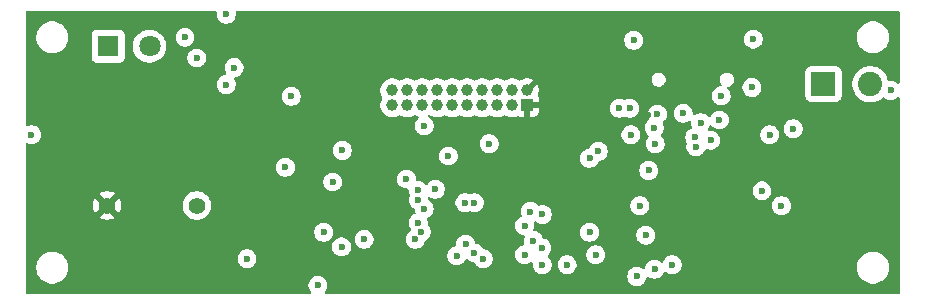
<source format=gbr>
%TF.GenerationSoftware,KiCad,Pcbnew,9.0.4*%
%TF.CreationDate,2026-02-27T16:14:11-07:00*%
%TF.ProjectId,Ashurs PCB,41736875-7273-4205-9043-422e6b696361,rev?*%
%TF.SameCoordinates,Original*%
%TF.FileFunction,Copper,L3,Inr*%
%TF.FilePolarity,Positive*%
%FSLAX46Y46*%
G04 Gerber Fmt 4.6, Leading zero omitted, Abs format (unit mm)*
G04 Created by KiCad (PCBNEW 9.0.4) date 2026-02-27 16:14:11*
%MOMM*%
%LPD*%
G01*
G04 APERTURE LIST*
%TA.AperFunction,ComponentPad*%
%ADD10R,1.800000X1.800000*%
%TD*%
%TA.AperFunction,ComponentPad*%
%ADD11C,1.800000*%
%TD*%
%TA.AperFunction,ComponentPad*%
%ADD12R,1.000000X1.000000*%
%TD*%
%TA.AperFunction,ComponentPad*%
%ADD13C,1.000000*%
%TD*%
%TA.AperFunction,ComponentPad*%
%ADD14R,2.050000X2.050000*%
%TD*%
%TA.AperFunction,ComponentPad*%
%ADD15C,2.050000*%
%TD*%
%TA.AperFunction,ComponentPad*%
%ADD16C,1.408000*%
%TD*%
%TA.AperFunction,ViaPad*%
%ADD17C,0.600000*%
%TD*%
G04 APERTURE END LIST*
D10*
%TO.N,Net-(U6-+)*%
%TO.C,J3*%
X153000000Y-41500000D03*
D11*
%TO.N,VIN*%
X156500000Y-41500000D03*
%TD*%
D12*
%TO.N,+3V3*%
%TO.C,J1*%
X188465000Y-46500000D03*
D13*
X188465000Y-45230000D03*
%TO.N,GND*%
X187195000Y-46500000D03*
X187195000Y-45230000D03*
X185925000Y-46500000D03*
X185925000Y-45230000D03*
%TO.N,PROG_SWDIO*%
X184655000Y-46500000D03*
%TO.N,GND*%
X184655000Y-45230000D03*
%TO.N,PROG_SWCLK*%
X183385000Y-46500000D03*
%TO.N,GND*%
X183385000Y-45230000D03*
%TO.N,unconnected-(J1-Pad11)*%
X182115000Y-46500000D03*
%TO.N,GND*%
X182115000Y-45230000D03*
%TO.N,PROG_SWO*%
X180845000Y-46500000D03*
%TO.N,GND*%
X180845000Y-45230000D03*
%TO.N,NRST*%
X179575000Y-46500000D03*
%TO.N,GND*%
X179575000Y-45230000D03*
%TO.N,unconnected-(J1-Pad17)*%
X178305000Y-46500000D03*
%TO.N,GND*%
X178305000Y-45230000D03*
%TO.N,unconnected-(J1-Pad19)*%
X177035000Y-46500000D03*
%TO.N,GND*%
X177035000Y-45230000D03*
%TD*%
D14*
%TO.N,LIPO_POWER*%
%TO.C,J4*%
X213557500Y-44712500D03*
D15*
%TO.N,GND*%
X217517500Y-44712500D03*
%TD*%
D16*
%TO.N,Net-(Q1-D)*%
%TO.C,LS1*%
X160500000Y-55000000D03*
%TO.N,+3V3*%
X152900000Y-55000000D03*
%TD*%
D17*
%TO.N,USB_RXD*%
X193750000Y-51000000D03*
%TO.N,USB_TXD*%
X194498943Y-50399000D03*
%TO.N,GND*%
X160500000Y-42500000D03*
X202753210Y-50024675D03*
X146500000Y-49000000D03*
X200750000Y-60000000D03*
X207620000Y-40903493D03*
X163655387Y-43310674D03*
X197250000Y-49000000D03*
X198750000Y-52026000D03*
X159500000Y-40750000D03*
X197500000Y-41000000D03*
X170750000Y-61750000D03*
X189750000Y-60000000D03*
X204750000Y-47750000D03*
X193750000Y-57250000D03*
X207500000Y-45000000D03*
X172750000Y-58500000D03*
X219250000Y-45250000D03*
X210000000Y-55000000D03*
X185250000Y-49750000D03*
X194264004Y-59156638D03*
%TO.N,+3V3*%
X206500000Y-51250000D03*
X159500000Y-43250000D03*
X191250000Y-51750000D03*
X165374297Y-48874289D03*
X198675734Y-47350000D03*
X205750000Y-41500000D03*
X186500000Y-51750000D03*
X166500000Y-59750000D03*
X179625735Y-49474265D03*
X172000000Y-48500000D03*
X172750000Y-60000000D03*
%TO.N,VIN*%
X163000000Y-44750000D03*
X211000000Y-48500000D03*
%TO.N,NRST*%
X179225375Y-53700377D03*
X178250000Y-52750000D03*
%TO.N,Net-(D1-K)*%
X209000000Y-49000000D03*
X208350000Y-53750000D03*
%TO.N,VBUS*%
X204000000Y-49450000D03*
X201673899Y-47173899D03*
X204900000Y-45707771D03*
%TO.N,Net-(J2-DN1)*%
X199240182Y-48396811D03*
X203150000Y-47971772D03*
%TO.N,Net-(J2-DP1)*%
X199302703Y-49747619D03*
X202650000Y-49231358D03*
X199302703Y-49747619D03*
%TO.N,PROG_SWO*%
X179750000Y-48250000D03*
X181799265Y-50799265D03*
%TO.N,Net-(U6-+)*%
X163000000Y-38800000D03*
%TO.N,Buzzer*%
X164750000Y-59500000D03*
X183250000Y-58250000D03*
%TO.N,Altimeter_SDA*%
X180697404Y-53621802D03*
X188750000Y-55500000D03*
X184000000Y-54750000D03*
X172814299Y-50326460D03*
%TO.N,Altimeter_SCL*%
X183199997Y-54750000D03*
X189750000Y-55750000D03*
X172000000Y-53000000D03*
%TO.N,Net-(U5-VBUS)*%
X199500000Y-47250000D03*
X197150000Y-46750000D03*
%TO.N,SWITCH*%
X168500000Y-45750000D03*
X182500000Y-59250000D03*
%TO.N,IMU_nRESET*%
X174662025Y-57849999D03*
X179000000Y-57849999D03*
%TO.N,IMU_nBOOTLOADPIN*%
X179512149Y-57235421D03*
X171250000Y-57250000D03*
%TO.N,IMU_BL_IND*%
X168000000Y-51750000D03*
X179250000Y-56451000D03*
%TO.N,Flash_SO*%
X198500000Y-57500000D03*
X189000000Y-57956297D03*
%TO.N,Flash_WP*%
X184000000Y-59000000D03*
X199250000Y-60400000D03*
%TO.N,Flash_Hold*%
X184750000Y-59500000D03*
X197750000Y-61000000D03*
%TO.N,Flash_CE*%
X198000000Y-55000000D03*
X188250000Y-59156297D03*
%TO.N,Flash_SCK*%
X189700735Y-58556297D03*
X191850000Y-60000000D03*
%TO.N,USB_RXD*%
X179750000Y-55250000D03*
%TO.N,USB_RSTB*%
X196250000Y-46750000D03*
X188250000Y-56701000D03*
%TO.N,USB_TXD*%
X179250000Y-54500000D03*
%TD*%
%TA.AperFunction,Conductor*%
%TO.N,+3V3*%
G36*
X162159336Y-38520185D02*
G01*
X162205091Y-38572989D01*
X162215035Y-38642147D01*
X162213914Y-38648691D01*
X162199500Y-38721153D01*
X162199500Y-38878846D01*
X162230261Y-39033489D01*
X162230264Y-39033501D01*
X162290602Y-39179172D01*
X162290609Y-39179185D01*
X162378210Y-39310288D01*
X162378213Y-39310292D01*
X162489707Y-39421786D01*
X162489711Y-39421789D01*
X162620814Y-39509390D01*
X162620827Y-39509397D01*
X162766498Y-39569735D01*
X162766503Y-39569737D01*
X162921153Y-39600499D01*
X162921156Y-39600500D01*
X162921158Y-39600500D01*
X163078844Y-39600500D01*
X163078845Y-39600499D01*
X163233497Y-39569737D01*
X163379179Y-39509394D01*
X163510289Y-39421789D01*
X163621789Y-39310289D01*
X163709394Y-39179179D01*
X163769737Y-39033497D01*
X163800500Y-38878842D01*
X163800500Y-38721158D01*
X163800500Y-38721155D01*
X163800499Y-38721153D01*
X163786086Y-38648691D01*
X163792313Y-38579100D01*
X163835176Y-38523922D01*
X163901066Y-38500678D01*
X163907703Y-38500500D01*
X219875500Y-38500500D01*
X219942539Y-38520185D01*
X219988294Y-38572989D01*
X219999500Y-38624500D01*
X219999500Y-44568059D01*
X219979815Y-44635098D01*
X219927011Y-44680853D01*
X219857853Y-44690797D01*
X219794297Y-44661772D01*
X219787819Y-44655740D01*
X219760292Y-44628213D01*
X219760288Y-44628210D01*
X219629185Y-44540609D01*
X219629172Y-44540602D01*
X219483501Y-44480264D01*
X219483489Y-44480261D01*
X219328845Y-44449500D01*
X219328842Y-44449500D01*
X219171158Y-44449500D01*
X219171157Y-44449500D01*
X219151452Y-44453419D01*
X219081861Y-44447190D01*
X219026685Y-44404325D01*
X219008256Y-44359601D01*
X219006572Y-44360006D01*
X219005437Y-44355277D01*
X218967886Y-44239707D01*
X218931236Y-44126911D01*
X218931234Y-44126908D01*
X218931234Y-44126906D01*
X218832159Y-43932463D01*
X218822224Y-43912964D01*
X218681086Y-43718704D01*
X218511296Y-43548914D01*
X218317036Y-43407776D01*
X218281199Y-43389516D01*
X218103093Y-43298765D01*
X217874722Y-43224563D01*
X217637559Y-43187000D01*
X217397441Y-43187000D01*
X217278859Y-43205781D01*
X217160277Y-43224563D01*
X216931906Y-43298765D01*
X216717963Y-43407776D01*
X216523701Y-43548916D01*
X216353916Y-43718701D01*
X216212776Y-43912963D01*
X216103765Y-44126906D01*
X216029563Y-44355277D01*
X216000210Y-44540606D01*
X215992000Y-44592441D01*
X215992000Y-44832559D01*
X216013396Y-44967646D01*
X216029563Y-45069722D01*
X216103765Y-45298093D01*
X216193535Y-45474274D01*
X216212776Y-45512036D01*
X216353914Y-45706296D01*
X216523704Y-45876086D01*
X216717964Y-46017224D01*
X216819043Y-46068726D01*
X216931906Y-46126234D01*
X216931908Y-46126234D01*
X216931911Y-46126236D01*
X217160278Y-46200437D01*
X217397441Y-46238000D01*
X217397442Y-46238000D01*
X217637558Y-46238000D01*
X217637559Y-46238000D01*
X217874722Y-46200437D01*
X218103089Y-46126236D01*
X218317036Y-46017224D01*
X218511296Y-45876086D01*
X218539970Y-45847410D01*
X218601289Y-45813927D01*
X218670981Y-45818909D01*
X218715332Y-45847411D01*
X218739707Y-45871786D01*
X218739711Y-45871789D01*
X218870814Y-45959390D01*
X218870827Y-45959397D01*
X219010436Y-46017224D01*
X219016503Y-46019737D01*
X219171153Y-46050499D01*
X219171156Y-46050500D01*
X219171158Y-46050500D01*
X219328844Y-46050500D01*
X219328845Y-46050499D01*
X219483497Y-46019737D01*
X219629179Y-45959394D01*
X219760289Y-45871789D01*
X219769291Y-45862787D01*
X219787819Y-45844260D01*
X219849142Y-45810775D01*
X219918834Y-45815759D01*
X219974767Y-45857631D01*
X219999184Y-45923095D01*
X219999500Y-45931941D01*
X219999500Y-62375500D01*
X219979815Y-62442539D01*
X219927011Y-62488294D01*
X219875500Y-62499500D01*
X171431941Y-62499500D01*
X171364902Y-62479815D01*
X171319147Y-62427011D01*
X171309203Y-62357853D01*
X171338228Y-62294297D01*
X171344260Y-62287819D01*
X171371786Y-62260292D01*
X171371789Y-62260289D01*
X171459394Y-62129179D01*
X171519737Y-61983497D01*
X171550500Y-61828842D01*
X171550500Y-61671158D01*
X171550500Y-61671155D01*
X171550499Y-61671153D01*
X171519738Y-61516510D01*
X171519737Y-61516503D01*
X171513545Y-61501555D01*
X171459397Y-61370827D01*
X171459390Y-61370814D01*
X171371789Y-61239711D01*
X171371786Y-61239707D01*
X171260292Y-61128213D01*
X171260288Y-61128210D01*
X171129185Y-61040609D01*
X171129172Y-61040602D01*
X170983501Y-60980264D01*
X170983489Y-60980261D01*
X170828845Y-60949500D01*
X170828842Y-60949500D01*
X170671158Y-60949500D01*
X170671155Y-60949500D01*
X170516510Y-60980261D01*
X170516498Y-60980264D01*
X170370827Y-61040602D01*
X170370814Y-61040609D01*
X170239711Y-61128210D01*
X170239707Y-61128213D01*
X170128213Y-61239707D01*
X170128210Y-61239711D01*
X170040609Y-61370814D01*
X170040602Y-61370827D01*
X169980264Y-61516498D01*
X169980261Y-61516510D01*
X169949500Y-61671153D01*
X169949500Y-61828846D01*
X169980261Y-61983489D01*
X169980264Y-61983501D01*
X170040602Y-62129172D01*
X170040609Y-62129185D01*
X170128210Y-62260288D01*
X170128213Y-62260292D01*
X170155740Y-62287819D01*
X170189225Y-62349142D01*
X170184241Y-62418834D01*
X170142369Y-62474767D01*
X170076905Y-62499184D01*
X170068059Y-62499500D01*
X146124500Y-62499500D01*
X146057461Y-62479815D01*
X146011706Y-62427011D01*
X146000500Y-62375500D01*
X146000500Y-60143713D01*
X146899500Y-60143713D01*
X146899500Y-60356287D01*
X146902973Y-60378213D01*
X146932502Y-60564657D01*
X146932754Y-60566243D01*
X146979265Y-60709390D01*
X146998444Y-60768414D01*
X147094951Y-60957820D01*
X147219890Y-61129786D01*
X147370213Y-61280109D01*
X147542179Y-61405048D01*
X147542181Y-61405049D01*
X147542184Y-61405051D01*
X147731588Y-61501557D01*
X147933757Y-61567246D01*
X148143713Y-61600500D01*
X148143714Y-61600500D01*
X148356286Y-61600500D01*
X148356287Y-61600500D01*
X148566243Y-61567246D01*
X148768412Y-61501557D01*
X148957816Y-61405051D01*
X149004940Y-61370814D01*
X149129786Y-61280109D01*
X149129788Y-61280106D01*
X149129792Y-61280104D01*
X149280104Y-61129792D01*
X149280106Y-61129788D01*
X149280109Y-61129786D01*
X149405048Y-60957820D01*
X149405047Y-60957820D01*
X149405051Y-60957816D01*
X149423732Y-60921153D01*
X196949500Y-60921153D01*
X196949500Y-61078846D01*
X196980261Y-61233489D01*
X196980264Y-61233501D01*
X197040602Y-61379172D01*
X197040609Y-61379185D01*
X197128210Y-61510288D01*
X197128213Y-61510292D01*
X197239707Y-61621786D01*
X197239711Y-61621789D01*
X197370814Y-61709390D01*
X197370827Y-61709397D01*
X197516498Y-61769735D01*
X197516503Y-61769737D01*
X197671153Y-61800499D01*
X197671156Y-61800500D01*
X197671158Y-61800500D01*
X197828844Y-61800500D01*
X197828845Y-61800499D01*
X197983497Y-61769737D01*
X198129179Y-61709394D01*
X198260289Y-61621789D01*
X198371789Y-61510289D01*
X198459394Y-61379179D01*
X198462854Y-61370827D01*
X198517163Y-61239711D01*
X198519737Y-61233497D01*
X198546510Y-61098901D01*
X198578895Y-61036990D01*
X198639610Y-61002416D01*
X198709380Y-61006155D01*
X198737018Y-61019990D01*
X198870814Y-61109390D01*
X198870827Y-61109397D01*
X199016498Y-61169735D01*
X199016503Y-61169737D01*
X199171153Y-61200499D01*
X199171156Y-61200500D01*
X199171158Y-61200500D01*
X199328844Y-61200500D01*
X199328845Y-61200499D01*
X199483497Y-61169737D01*
X199629179Y-61109394D01*
X199760289Y-61021789D01*
X199871789Y-60910289D01*
X199959394Y-60779179D01*
X200016578Y-60641122D01*
X200060416Y-60586723D01*
X200126710Y-60564657D01*
X200194409Y-60581935D01*
X200218818Y-60600897D01*
X200239707Y-60621786D01*
X200239711Y-60621789D01*
X200370814Y-60709390D01*
X200370827Y-60709397D01*
X200508683Y-60766498D01*
X200516503Y-60769737D01*
X200671153Y-60800499D01*
X200671156Y-60800500D01*
X200671158Y-60800500D01*
X200828844Y-60800500D01*
X200828845Y-60800499D01*
X200983497Y-60769737D01*
X201129179Y-60709394D01*
X201260289Y-60621789D01*
X201371789Y-60510289D01*
X201459394Y-60379179D01*
X201519737Y-60233497D01*
X201533064Y-60166498D01*
X201537596Y-60143713D01*
X216399500Y-60143713D01*
X216399500Y-60356287D01*
X216402973Y-60378213D01*
X216432502Y-60564657D01*
X216432754Y-60566243D01*
X216479265Y-60709390D01*
X216498444Y-60768414D01*
X216594951Y-60957820D01*
X216719890Y-61129786D01*
X216870213Y-61280109D01*
X217042179Y-61405048D01*
X217042181Y-61405049D01*
X217042184Y-61405051D01*
X217231588Y-61501557D01*
X217433757Y-61567246D01*
X217643713Y-61600500D01*
X217643714Y-61600500D01*
X217856286Y-61600500D01*
X217856287Y-61600500D01*
X218066243Y-61567246D01*
X218268412Y-61501557D01*
X218457816Y-61405051D01*
X218504940Y-61370814D01*
X218629786Y-61280109D01*
X218629788Y-61280106D01*
X218629792Y-61280104D01*
X218780104Y-61129792D01*
X218780106Y-61129788D01*
X218780109Y-61129786D01*
X218905048Y-60957820D01*
X218905047Y-60957820D01*
X218905051Y-60957816D01*
X219001557Y-60768412D01*
X219067246Y-60566243D01*
X219100500Y-60356287D01*
X219100500Y-60143713D01*
X219067246Y-59933757D01*
X219001557Y-59731588D01*
X218905051Y-59542184D01*
X218905049Y-59542181D01*
X218905048Y-59542179D01*
X218780109Y-59370213D01*
X218629786Y-59219890D01*
X218457820Y-59094951D01*
X218268414Y-58998444D01*
X218268413Y-58998443D01*
X218268412Y-58998443D01*
X218066243Y-58932754D01*
X218066241Y-58932753D01*
X218066240Y-58932753D01*
X217904957Y-58907208D01*
X217856287Y-58899500D01*
X217643713Y-58899500D01*
X217595042Y-58907208D01*
X217433760Y-58932753D01*
X217231585Y-58998444D01*
X217042179Y-59094951D01*
X216870213Y-59219890D01*
X216719890Y-59370213D01*
X216594951Y-59542179D01*
X216498444Y-59731585D01*
X216432753Y-59933760D01*
X216409774Y-60078844D01*
X216399500Y-60143713D01*
X201537596Y-60143713D01*
X201543378Y-60114649D01*
X201543378Y-60114648D01*
X201550499Y-60078846D01*
X201550500Y-60078844D01*
X201550500Y-59921155D01*
X201550499Y-59921153D01*
X201542148Y-59879172D01*
X201519737Y-59766503D01*
X201478492Y-59666927D01*
X201459397Y-59620827D01*
X201459390Y-59620814D01*
X201371789Y-59489711D01*
X201371786Y-59489707D01*
X201260292Y-59378213D01*
X201260288Y-59378210D01*
X201129185Y-59290609D01*
X201129172Y-59290602D01*
X200983501Y-59230264D01*
X200983489Y-59230261D01*
X200828845Y-59199500D01*
X200828842Y-59199500D01*
X200671158Y-59199500D01*
X200671155Y-59199500D01*
X200516510Y-59230261D01*
X200516498Y-59230264D01*
X200370827Y-59290602D01*
X200370814Y-59290609D01*
X200239711Y-59378210D01*
X200239707Y-59378213D01*
X200128213Y-59489707D01*
X200128210Y-59489711D01*
X200040609Y-59620814D01*
X200040602Y-59620827D01*
X199983423Y-59758873D01*
X199939582Y-59813277D01*
X199873288Y-59835342D01*
X199805589Y-59818063D01*
X199781181Y-59799102D01*
X199760292Y-59778213D01*
X199760288Y-59778210D01*
X199629185Y-59690609D01*
X199629172Y-59690602D01*
X199483501Y-59630264D01*
X199483489Y-59630261D01*
X199328845Y-59599500D01*
X199328842Y-59599500D01*
X199171158Y-59599500D01*
X199171155Y-59599500D01*
X199016510Y-59630261D01*
X199016498Y-59630264D01*
X198870827Y-59690602D01*
X198870814Y-59690609D01*
X198739711Y-59778210D01*
X198739707Y-59778213D01*
X198628213Y-59889707D01*
X198628210Y-59889711D01*
X198540609Y-60020814D01*
X198540602Y-60020827D01*
X198480264Y-60166498D01*
X198480261Y-60166508D01*
X198453489Y-60301099D01*
X198421104Y-60363010D01*
X198360388Y-60397584D01*
X198290618Y-60393843D01*
X198262981Y-60380009D01*
X198129185Y-60290609D01*
X198129172Y-60290602D01*
X197983501Y-60230264D01*
X197983489Y-60230261D01*
X197828845Y-60199500D01*
X197828842Y-60199500D01*
X197671158Y-60199500D01*
X197671155Y-60199500D01*
X197516510Y-60230261D01*
X197516498Y-60230264D01*
X197370827Y-60290602D01*
X197370814Y-60290609D01*
X197239711Y-60378210D01*
X197239707Y-60378213D01*
X197128213Y-60489707D01*
X197128210Y-60489711D01*
X197040609Y-60620814D01*
X197040602Y-60620827D01*
X196980264Y-60766498D01*
X196980261Y-60766510D01*
X196949500Y-60921153D01*
X149423732Y-60921153D01*
X149501557Y-60768412D01*
X149567246Y-60566243D01*
X149600500Y-60356287D01*
X149600500Y-60143713D01*
X149567246Y-59933757D01*
X149501557Y-59731588D01*
X149405051Y-59542184D01*
X149405049Y-59542181D01*
X149365649Y-59487950D01*
X149365648Y-59487949D01*
X149317118Y-59421153D01*
X163949500Y-59421153D01*
X163949500Y-59578846D01*
X163980261Y-59733489D01*
X163980264Y-59733501D01*
X164040602Y-59879172D01*
X164040609Y-59879185D01*
X164128210Y-60010288D01*
X164128213Y-60010292D01*
X164239707Y-60121786D01*
X164239711Y-60121789D01*
X164370814Y-60209390D01*
X164370827Y-60209397D01*
X164516498Y-60269735D01*
X164516503Y-60269737D01*
X164671153Y-60300499D01*
X164671156Y-60300500D01*
X164671158Y-60300500D01*
X164828844Y-60300500D01*
X164828845Y-60300499D01*
X164983497Y-60269737D01*
X165129179Y-60209394D01*
X165260289Y-60121789D01*
X165371789Y-60010289D01*
X165459394Y-59879179D01*
X165460276Y-59877051D01*
X165492563Y-59799102D01*
X165519737Y-59733497D01*
X165550500Y-59578842D01*
X165550500Y-59421158D01*
X165550500Y-59421155D01*
X165550499Y-59421153D01*
X165544329Y-59390135D01*
X165519737Y-59266503D01*
X165506887Y-59235480D01*
X165459397Y-59120827D01*
X165459390Y-59120814D01*
X165371789Y-58989711D01*
X165371786Y-58989707D01*
X165260292Y-58878213D01*
X165260288Y-58878210D01*
X165129185Y-58790609D01*
X165129172Y-58790602D01*
X164983501Y-58730264D01*
X164983489Y-58730261D01*
X164828845Y-58699500D01*
X164828842Y-58699500D01*
X164671158Y-58699500D01*
X164671155Y-58699500D01*
X164516510Y-58730261D01*
X164516498Y-58730264D01*
X164370827Y-58790602D01*
X164370814Y-58790609D01*
X164239711Y-58878210D01*
X164239707Y-58878213D01*
X164128213Y-58989707D01*
X164128210Y-58989711D01*
X164040609Y-59120814D01*
X164040602Y-59120827D01*
X163980264Y-59266498D01*
X163980261Y-59266510D01*
X163949500Y-59421153D01*
X149317118Y-59421153D01*
X149280109Y-59370214D01*
X149280105Y-59370209D01*
X149129786Y-59219890D01*
X148957820Y-59094951D01*
X148768414Y-58998444D01*
X148768413Y-58998443D01*
X148768412Y-58998443D01*
X148566243Y-58932754D01*
X148566241Y-58932753D01*
X148566240Y-58932753D01*
X148404957Y-58907208D01*
X148356287Y-58899500D01*
X148143713Y-58899500D01*
X148095042Y-58907208D01*
X147933760Y-58932753D01*
X147731585Y-58998444D01*
X147542179Y-59094951D01*
X147370213Y-59219890D01*
X147219890Y-59370213D01*
X147094951Y-59542179D01*
X146998444Y-59731585D01*
X146932753Y-59933760D01*
X146909774Y-60078844D01*
X146899500Y-60143713D01*
X146000500Y-60143713D01*
X146000500Y-58421153D01*
X171949500Y-58421153D01*
X171949500Y-58578846D01*
X171980261Y-58733489D01*
X171980264Y-58733501D01*
X172040602Y-58879172D01*
X172040609Y-58879185D01*
X172128210Y-59010288D01*
X172128213Y-59010292D01*
X172239707Y-59121786D01*
X172239711Y-59121789D01*
X172370814Y-59209390D01*
X172370827Y-59209397D01*
X172516498Y-59269735D01*
X172516503Y-59269737D01*
X172671153Y-59300499D01*
X172671156Y-59300500D01*
X172671158Y-59300500D01*
X172828844Y-59300500D01*
X172828845Y-59300499D01*
X172983497Y-59269737D01*
X173129179Y-59209394D01*
X173186411Y-59171153D01*
X181699500Y-59171153D01*
X181699500Y-59328846D01*
X181730261Y-59483489D01*
X181730264Y-59483501D01*
X181790602Y-59629172D01*
X181790609Y-59629185D01*
X181878210Y-59760288D01*
X181878213Y-59760292D01*
X181989707Y-59871786D01*
X181989711Y-59871789D01*
X182120814Y-59959390D01*
X182120827Y-59959397D01*
X182266498Y-60019735D01*
X182266503Y-60019737D01*
X182421153Y-60050499D01*
X182421156Y-60050500D01*
X182421158Y-60050500D01*
X182578844Y-60050500D01*
X182578845Y-60050499D01*
X182733497Y-60019737D01*
X182879179Y-59959394D01*
X183010289Y-59871789D01*
X183121789Y-59760289D01*
X183209394Y-59629179D01*
X183222643Y-59597192D01*
X183266483Y-59542790D01*
X183332776Y-59520724D01*
X183400476Y-59538002D01*
X183424885Y-59556964D01*
X183489707Y-59621786D01*
X183489711Y-59621789D01*
X183620814Y-59709390D01*
X183620827Y-59709397D01*
X183758683Y-59766498D01*
X183766503Y-59769737D01*
X183914130Y-59799102D01*
X183921153Y-59800499D01*
X183921156Y-59800500D01*
X183921158Y-59800500D01*
X183925162Y-59800500D01*
X183927183Y-59801093D01*
X183927218Y-59801097D01*
X183927217Y-59801103D01*
X183992201Y-59820185D01*
X184037956Y-59872989D01*
X184039715Y-59877029D01*
X184040606Y-59879179D01*
X184040607Y-59879180D01*
X184040609Y-59879185D01*
X184128210Y-60010288D01*
X184128213Y-60010292D01*
X184239707Y-60121786D01*
X184239711Y-60121789D01*
X184370814Y-60209390D01*
X184370827Y-60209397D01*
X184516498Y-60269735D01*
X184516503Y-60269737D01*
X184671153Y-60300499D01*
X184671156Y-60300500D01*
X184671158Y-60300500D01*
X184828844Y-60300500D01*
X184828845Y-60300499D01*
X184983497Y-60269737D01*
X185129179Y-60209394D01*
X185260289Y-60121789D01*
X185371789Y-60010289D01*
X185459394Y-59879179D01*
X185460276Y-59877051D01*
X185492563Y-59799102D01*
X185519737Y-59733497D01*
X185550500Y-59578842D01*
X185550500Y-59421158D01*
X185550500Y-59421155D01*
X185550499Y-59421153D01*
X185544329Y-59390135D01*
X185519737Y-59266503D01*
X185506887Y-59235480D01*
X185459397Y-59120827D01*
X185459390Y-59120814D01*
X185371789Y-58989711D01*
X185371786Y-58989707D01*
X185260292Y-58878213D01*
X185260288Y-58878210D01*
X185129185Y-58790609D01*
X185129172Y-58790602D01*
X184983501Y-58730264D01*
X184983489Y-58730261D01*
X184828845Y-58699500D01*
X184828842Y-58699500D01*
X184824838Y-58699500D01*
X184822816Y-58698906D01*
X184822782Y-58698903D01*
X184822782Y-58698896D01*
X184757799Y-58679815D01*
X184712044Y-58627011D01*
X184710275Y-58622949D01*
X184709394Y-58620821D01*
X184709391Y-58620816D01*
X184709390Y-58620814D01*
X184621789Y-58489711D01*
X184621786Y-58489707D01*
X184510292Y-58378213D01*
X184510288Y-58378210D01*
X184379185Y-58290609D01*
X184379172Y-58290602D01*
X184233501Y-58230264D01*
X184233491Y-58230261D01*
X184136463Y-58210961D01*
X184074552Y-58178576D01*
X184039978Y-58117860D01*
X184039038Y-58113535D01*
X184025605Y-58046004D01*
X184019737Y-58016503D01*
X184008902Y-57990345D01*
X183959397Y-57870827D01*
X183959390Y-57870814D01*
X183871789Y-57739711D01*
X183871786Y-57739707D01*
X183760292Y-57628213D01*
X183760288Y-57628210D01*
X183629185Y-57540609D01*
X183629172Y-57540602D01*
X183483501Y-57480264D01*
X183483489Y-57480261D01*
X183328845Y-57449500D01*
X183328842Y-57449500D01*
X183171158Y-57449500D01*
X183171155Y-57449500D01*
X183016510Y-57480261D01*
X183016498Y-57480264D01*
X182870827Y-57540602D01*
X182870814Y-57540609D01*
X182739711Y-57628210D01*
X182739707Y-57628213D01*
X182628213Y-57739707D01*
X182628210Y-57739711D01*
X182540609Y-57870814D01*
X182540602Y-57870827D01*
X182480264Y-58016498D01*
X182480261Y-58016510D01*
X182449500Y-58171153D01*
X182449500Y-58328846D01*
X182449596Y-58329823D01*
X182449500Y-58330328D01*
X182449500Y-58334934D01*
X182448626Y-58334934D01*
X182436567Y-58398468D01*
X182388495Y-58449171D01*
X182350383Y-58463577D01*
X182266508Y-58480261D01*
X182266498Y-58480264D01*
X182120827Y-58540602D01*
X182120814Y-58540609D01*
X181989711Y-58628210D01*
X181989707Y-58628213D01*
X181878213Y-58739707D01*
X181878210Y-58739711D01*
X181790609Y-58870814D01*
X181790602Y-58870827D01*
X181730264Y-59016498D01*
X181730261Y-59016510D01*
X181699500Y-59171153D01*
X173186411Y-59171153D01*
X173260289Y-59121789D01*
X173261264Y-59120814D01*
X173304694Y-59077385D01*
X173371786Y-59010292D01*
X173371789Y-59010289D01*
X173459394Y-58879179D01*
X173462854Y-58870827D01*
X173473067Y-58846166D01*
X173519737Y-58733497D01*
X173550500Y-58578842D01*
X173550500Y-58421158D01*
X173550500Y-58421155D01*
X173550499Y-58421153D01*
X173543618Y-58386560D01*
X173519737Y-58266503D01*
X173517944Y-58262174D01*
X173459397Y-58120827D01*
X173459390Y-58120814D01*
X173371789Y-57989711D01*
X173371786Y-57989707D01*
X173260292Y-57878213D01*
X173245257Y-57868167D01*
X173245255Y-57868165D01*
X173129185Y-57790609D01*
X173129172Y-57790602D01*
X173082215Y-57771152D01*
X173861525Y-57771152D01*
X173861525Y-57928845D01*
X173892286Y-58083488D01*
X173892289Y-58083500D01*
X173952627Y-58229171D01*
X173952634Y-58229184D01*
X174040235Y-58360287D01*
X174040238Y-58360291D01*
X174151732Y-58471785D01*
X174151736Y-58471788D01*
X174282839Y-58559389D01*
X174282852Y-58559396D01*
X174428523Y-58619734D01*
X174428528Y-58619736D01*
X174562300Y-58646345D01*
X174583178Y-58650498D01*
X174583181Y-58650499D01*
X174583183Y-58650499D01*
X174740869Y-58650499D01*
X174740870Y-58650498D01*
X174895522Y-58619736D01*
X175041204Y-58559393D01*
X175172314Y-58471788D01*
X175283814Y-58360288D01*
X175371419Y-58229178D01*
X175379613Y-58209397D01*
X175395451Y-58171158D01*
X175431762Y-58083496D01*
X175462525Y-57928841D01*
X175462525Y-57771157D01*
X175462525Y-57771154D01*
X175462524Y-57771152D01*
X175454390Y-57730261D01*
X175431762Y-57616502D01*
X175421957Y-57592830D01*
X175371422Y-57470826D01*
X175371415Y-57470813D01*
X175283814Y-57339710D01*
X175283811Y-57339706D01*
X175172317Y-57228212D01*
X175172313Y-57228209D01*
X175041210Y-57140608D01*
X175041197Y-57140601D01*
X174895526Y-57080263D01*
X174895514Y-57080260D01*
X174740870Y-57049499D01*
X174740867Y-57049499D01*
X174583183Y-57049499D01*
X174583180Y-57049499D01*
X174428535Y-57080260D01*
X174428523Y-57080263D01*
X174282852Y-57140601D01*
X174282839Y-57140608D01*
X174151736Y-57228209D01*
X174151732Y-57228212D01*
X174040238Y-57339706D01*
X174040235Y-57339710D01*
X173952634Y-57470813D01*
X173952627Y-57470826D01*
X173892289Y-57616497D01*
X173892286Y-57616509D01*
X173861525Y-57771152D01*
X173082215Y-57771152D01*
X172983501Y-57730264D01*
X172983489Y-57730261D01*
X172828845Y-57699500D01*
X172828842Y-57699500D01*
X172671158Y-57699500D01*
X172671155Y-57699500D01*
X172516510Y-57730261D01*
X172516498Y-57730264D01*
X172370827Y-57790602D01*
X172370814Y-57790609D01*
X172239711Y-57878210D01*
X172239707Y-57878213D01*
X172128213Y-57989707D01*
X172128210Y-57989711D01*
X172040609Y-58120814D01*
X172040602Y-58120827D01*
X171980264Y-58266498D01*
X171980261Y-58266510D01*
X171949500Y-58421153D01*
X146000500Y-58421153D01*
X146000500Y-57171153D01*
X170449500Y-57171153D01*
X170449500Y-57328846D01*
X170480261Y-57483489D01*
X170480264Y-57483501D01*
X170540602Y-57629172D01*
X170540609Y-57629185D01*
X170628210Y-57760288D01*
X170628213Y-57760292D01*
X170739707Y-57871786D01*
X170739711Y-57871789D01*
X170870814Y-57959390D01*
X170870827Y-57959397D01*
X171008683Y-58016498D01*
X171016503Y-58019737D01*
X171171153Y-58050499D01*
X171171156Y-58050500D01*
X171171158Y-58050500D01*
X171328844Y-58050500D01*
X171328845Y-58050499D01*
X171483497Y-58019737D01*
X171629179Y-57959394D01*
X171760289Y-57871789D01*
X171871789Y-57760289D01*
X171959394Y-57629179D01*
X172019737Y-57483497D01*
X172050500Y-57328842D01*
X172050500Y-57171158D01*
X172050500Y-57171155D01*
X172050499Y-57171153D01*
X172044422Y-57140601D01*
X172019737Y-57016503D01*
X172010704Y-56994696D01*
X171959397Y-56870827D01*
X171959390Y-56870814D01*
X171871789Y-56739711D01*
X171871786Y-56739707D01*
X171760292Y-56628213D01*
X171760288Y-56628210D01*
X171629185Y-56540609D01*
X171629172Y-56540602D01*
X171483501Y-56480264D01*
X171483489Y-56480261D01*
X171328845Y-56449500D01*
X171328842Y-56449500D01*
X171171158Y-56449500D01*
X171171155Y-56449500D01*
X171016510Y-56480261D01*
X171016498Y-56480264D01*
X170870827Y-56540602D01*
X170870814Y-56540609D01*
X170739711Y-56628210D01*
X170739707Y-56628213D01*
X170628213Y-56739707D01*
X170628210Y-56739711D01*
X170540609Y-56870814D01*
X170540602Y-56870827D01*
X170480264Y-57016498D01*
X170480261Y-57016510D01*
X170449500Y-57171153D01*
X146000500Y-57171153D01*
X146000500Y-54905237D01*
X151696000Y-54905237D01*
X151696000Y-55094762D01*
X151725645Y-55281937D01*
X151784210Y-55462178D01*
X151870246Y-55631033D01*
X151889253Y-55657192D01*
X151889253Y-55657193D01*
X152457861Y-55088584D01*
X152480667Y-55173694D01*
X152539910Y-55276306D01*
X152623694Y-55360090D01*
X152726306Y-55419333D01*
X152811414Y-55442137D01*
X152242806Y-56010745D01*
X152242806Y-56010746D01*
X152268966Y-56029752D01*
X152437821Y-56115789D01*
X152618062Y-56174354D01*
X152805238Y-56204000D01*
X152994762Y-56204000D01*
X153181937Y-56174354D01*
X153362182Y-56115788D01*
X153362184Y-56115787D01*
X153531027Y-56029756D01*
X153531043Y-56029746D01*
X153557192Y-56010746D01*
X153557193Y-56010745D01*
X152988585Y-55442137D01*
X153073694Y-55419333D01*
X153176306Y-55360090D01*
X153260090Y-55276306D01*
X153319333Y-55173694D01*
X153342137Y-55088585D01*
X153910745Y-55657193D01*
X153910746Y-55657192D01*
X153929746Y-55631043D01*
X153929756Y-55631027D01*
X154015787Y-55462184D01*
X154015788Y-55462182D01*
X154074354Y-55281937D01*
X154104000Y-55094762D01*
X154104000Y-54905237D01*
X154103994Y-54905199D01*
X159295500Y-54905199D01*
X159295500Y-55094800D01*
X159321711Y-55260292D01*
X159325158Y-55282055D01*
X159353998Y-55370814D01*
X159383747Y-55462372D01*
X159428651Y-55550500D01*
X159469819Y-55631296D01*
X159581259Y-55784679D01*
X159715321Y-55918741D01*
X159868704Y-56030181D01*
X159948515Y-56070846D01*
X160037627Y-56116252D01*
X160037629Y-56116252D01*
X160037632Y-56116254D01*
X160217945Y-56174842D01*
X160311574Y-56189671D01*
X160405200Y-56204500D01*
X160405204Y-56204500D01*
X160594800Y-56204500D01*
X160681884Y-56190707D01*
X160782055Y-56174842D01*
X160962368Y-56116254D01*
X161131296Y-56030181D01*
X161284679Y-55918741D01*
X161418741Y-55784679D01*
X161530181Y-55631296D01*
X161616254Y-55462368D01*
X161674842Y-55282055D01*
X161692407Y-55171153D01*
X161704500Y-55094800D01*
X161704500Y-54905199D01*
X161686349Y-54790602D01*
X161674842Y-54717945D01*
X161616254Y-54537632D01*
X161616252Y-54537629D01*
X161616252Y-54537627D01*
X161566887Y-54440743D01*
X161530181Y-54368704D01*
X161418741Y-54215321D01*
X161284679Y-54081259D01*
X161131296Y-53969819D01*
X161091418Y-53949500D01*
X160962372Y-53883747D01*
X160903905Y-53864750D01*
X160782055Y-53825158D01*
X160782051Y-53825157D01*
X160782050Y-53825157D01*
X160594800Y-53795500D01*
X160594796Y-53795500D01*
X160405204Y-53795500D01*
X160405200Y-53795500D01*
X160217949Y-53825157D01*
X160217946Y-53825157D01*
X160217945Y-53825158D01*
X160206595Y-53828846D01*
X160037627Y-53883747D01*
X159868703Y-53969819D01*
X159715319Y-54081260D01*
X159581260Y-54215319D01*
X159469819Y-54368703D01*
X159383747Y-54537627D01*
X159325157Y-54717949D01*
X159295500Y-54905199D01*
X154103994Y-54905199D01*
X154074354Y-54718062D01*
X154015789Y-54537821D01*
X153929752Y-54368966D01*
X153910745Y-54342806D01*
X153342137Y-54911414D01*
X153319333Y-54826306D01*
X153260090Y-54723694D01*
X153176306Y-54639910D01*
X153073694Y-54580667D01*
X152988584Y-54557861D01*
X153557193Y-53989253D01*
X153531033Y-53970246D01*
X153362178Y-53884210D01*
X153181937Y-53825645D01*
X152994762Y-53796000D01*
X152805238Y-53796000D01*
X152618062Y-53825645D01*
X152437821Y-53884210D01*
X152268969Y-53970245D01*
X152242806Y-53989253D01*
X152811415Y-54557861D01*
X152726306Y-54580667D01*
X152623694Y-54639910D01*
X152539910Y-54723694D01*
X152480667Y-54826306D01*
X152457861Y-54911414D01*
X151889253Y-54342806D01*
X151870245Y-54368969D01*
X151784210Y-54537821D01*
X151725645Y-54718062D01*
X151696000Y-54905237D01*
X146000500Y-54905237D01*
X146000500Y-52921153D01*
X171199500Y-52921153D01*
X171199500Y-53078846D01*
X171230261Y-53233489D01*
X171230264Y-53233501D01*
X171290602Y-53379172D01*
X171290609Y-53379185D01*
X171378210Y-53510288D01*
X171378213Y-53510292D01*
X171489707Y-53621786D01*
X171489711Y-53621789D01*
X171620814Y-53709390D01*
X171620827Y-53709397D01*
X171766498Y-53769735D01*
X171766503Y-53769737D01*
X171898535Y-53796000D01*
X171921153Y-53800499D01*
X171921156Y-53800500D01*
X171921158Y-53800500D01*
X172078844Y-53800500D01*
X172078845Y-53800499D01*
X172233497Y-53769737D01*
X172379179Y-53709394D01*
X172510289Y-53621789D01*
X172621789Y-53510289D01*
X172709394Y-53379179D01*
X172712854Y-53370827D01*
X172765957Y-53242623D01*
X172769737Y-53233497D01*
X172800500Y-53078842D01*
X172800500Y-52921158D01*
X172800500Y-52921155D01*
X172800499Y-52921153D01*
X172798760Y-52912411D01*
X172769737Y-52766503D01*
X172730242Y-52671153D01*
X177449500Y-52671153D01*
X177449500Y-52828846D01*
X177480261Y-52983489D01*
X177480264Y-52983501D01*
X177540602Y-53129172D01*
X177540609Y-53129185D01*
X177628210Y-53260288D01*
X177628213Y-53260292D01*
X177739707Y-53371786D01*
X177739711Y-53371789D01*
X177870814Y-53459390D01*
X177870827Y-53459397D01*
X178008683Y-53516498D01*
X178016503Y-53519737D01*
X178171153Y-53550499D01*
X178171156Y-53550500D01*
X178300875Y-53550500D01*
X178367914Y-53570185D01*
X178413669Y-53622989D01*
X178424875Y-53674500D01*
X178424875Y-53779223D01*
X178455636Y-53933866D01*
X178455639Y-53933878D01*
X178517184Y-54082461D01*
X178524653Y-54151930D01*
X178517184Y-54177365D01*
X178480264Y-54266498D01*
X178480261Y-54266510D01*
X178449500Y-54421153D01*
X178449500Y-54578846D01*
X178480261Y-54733489D01*
X178480264Y-54733501D01*
X178540602Y-54879172D01*
X178540609Y-54879185D01*
X178628210Y-55010288D01*
X178628213Y-55010292D01*
X178739710Y-55121789D01*
X178817392Y-55173694D01*
X178870821Y-55209394D01*
X178872945Y-55210274D01*
X178873885Y-55211031D01*
X178876192Y-55212264D01*
X178875958Y-55212701D01*
X178927349Y-55254107D01*
X178949421Y-55320399D01*
X178949500Y-55324837D01*
X178949500Y-55328846D01*
X178980261Y-55483489D01*
X178980264Y-55483501D01*
X179008038Y-55550553D01*
X179015507Y-55620022D01*
X178984232Y-55682501D01*
X178940929Y-55712566D01*
X178870827Y-55741602D01*
X178870814Y-55741609D01*
X178739711Y-55829210D01*
X178739707Y-55829213D01*
X178628213Y-55940707D01*
X178628210Y-55940711D01*
X178540609Y-56071814D01*
X178540602Y-56071827D01*
X178480264Y-56217498D01*
X178480261Y-56217510D01*
X178449500Y-56372153D01*
X178449500Y-56529846D01*
X178480261Y-56684489D01*
X178480264Y-56684501D01*
X178540602Y-56830172D01*
X178540609Y-56830185D01*
X178628210Y-56961288D01*
X178632076Y-56965999D01*
X178630458Y-56967326D01*
X178659387Y-57020304D01*
X178654403Y-57089996D01*
X178612531Y-57145929D01*
X178607112Y-57149764D01*
X178489711Y-57228209D01*
X178489707Y-57228212D01*
X178378213Y-57339706D01*
X178378210Y-57339710D01*
X178290609Y-57470813D01*
X178290602Y-57470826D01*
X178230264Y-57616497D01*
X178230261Y-57616509D01*
X178199500Y-57771152D01*
X178199500Y-57928845D01*
X178230261Y-58083488D01*
X178230264Y-58083500D01*
X178290602Y-58229171D01*
X178290609Y-58229184D01*
X178378210Y-58360287D01*
X178378213Y-58360291D01*
X178489707Y-58471785D01*
X178489711Y-58471788D01*
X178620814Y-58559389D01*
X178620827Y-58559396D01*
X178766498Y-58619734D01*
X178766503Y-58619736D01*
X178900275Y-58646345D01*
X178921153Y-58650498D01*
X178921156Y-58650499D01*
X178921158Y-58650499D01*
X179078844Y-58650499D01*
X179078845Y-58650498D01*
X179233497Y-58619736D01*
X179379179Y-58559393D01*
X179510289Y-58471788D01*
X179621789Y-58360288D01*
X179709394Y-58229178D01*
X179769737Y-58083496D01*
X179775951Y-58052253D01*
X179808335Y-57990345D01*
X179850114Y-57961885D01*
X179891328Y-57944815D01*
X180022438Y-57857210D01*
X180133938Y-57745710D01*
X180221543Y-57614600D01*
X180281886Y-57468918D01*
X180312649Y-57314263D01*
X180312649Y-57156579D01*
X180312649Y-57156576D01*
X180312648Y-57156574D01*
X180309471Y-57140601D01*
X180281886Y-57001924D01*
X180267555Y-56967326D01*
X180221546Y-56856248D01*
X180221539Y-56856235D01*
X180133938Y-56725132D01*
X180133935Y-56725128D01*
X180078809Y-56670002D01*
X180052681Y-56622153D01*
X187449500Y-56622153D01*
X187449500Y-56779846D01*
X187480261Y-56934489D01*
X187480264Y-56934501D01*
X187540602Y-57080172D01*
X187540609Y-57080185D01*
X187628210Y-57211288D01*
X187628213Y-57211292D01*
X187739707Y-57322786D01*
X187739711Y-57322789D01*
X187870814Y-57410390D01*
X187870827Y-57410397D01*
X188012121Y-57468922D01*
X188016503Y-57470737D01*
X188156981Y-57498680D01*
X188162260Y-57499730D01*
X188224171Y-57532115D01*
X188258745Y-57592830D01*
X188255006Y-57662600D01*
X188252633Y-57668791D01*
X188230263Y-57722800D01*
X188230262Y-57722803D01*
X188230262Y-57722804D01*
X188230261Y-57722807D01*
X188199500Y-57877450D01*
X188199500Y-58035143D01*
X188230261Y-58189786D01*
X188230263Y-58189794D01*
X188231469Y-58192705D01*
X188231646Y-58194352D01*
X188232031Y-58195621D01*
X188231790Y-58195694D01*
X188238938Y-58262174D01*
X188207663Y-58324654D01*
X188147574Y-58360306D01*
X188141100Y-58361775D01*
X188016508Y-58386558D01*
X188016498Y-58386561D01*
X187870827Y-58446899D01*
X187870814Y-58446906D01*
X187739711Y-58534507D01*
X187739707Y-58534510D01*
X187628213Y-58646004D01*
X187628210Y-58646008D01*
X187540609Y-58777111D01*
X187540602Y-58777124D01*
X187480264Y-58922795D01*
X187480261Y-58922807D01*
X187449500Y-59077450D01*
X187449500Y-59235143D01*
X187480261Y-59389786D01*
X187480264Y-59389798D01*
X187540602Y-59535469D01*
X187540609Y-59535482D01*
X187628210Y-59666585D01*
X187628213Y-59666589D01*
X187739707Y-59778083D01*
X187739711Y-59778086D01*
X187870814Y-59865687D01*
X187870827Y-59865694D01*
X188004719Y-59921153D01*
X188016503Y-59926034D01*
X188171153Y-59956796D01*
X188171156Y-59956797D01*
X188171158Y-59956797D01*
X188328844Y-59956797D01*
X188328845Y-59956796D01*
X188483497Y-59926034D01*
X188628356Y-59866032D01*
X188629172Y-59865694D01*
X188629172Y-59865693D01*
X188629179Y-59865691D01*
X188760289Y-59778086D01*
X188760290Y-59778084D01*
X188762412Y-59776667D01*
X188829089Y-59755789D01*
X188896469Y-59774273D01*
X188943160Y-59826252D01*
X188954336Y-59895222D01*
X188952921Y-59903959D01*
X188949500Y-59921158D01*
X188949500Y-60078846D01*
X188980261Y-60233489D01*
X188980264Y-60233501D01*
X189040602Y-60379172D01*
X189040609Y-60379185D01*
X189128210Y-60510288D01*
X189128213Y-60510292D01*
X189239707Y-60621786D01*
X189239711Y-60621789D01*
X189370814Y-60709390D01*
X189370827Y-60709397D01*
X189508683Y-60766498D01*
X189516503Y-60769737D01*
X189671153Y-60800499D01*
X189671156Y-60800500D01*
X189671158Y-60800500D01*
X189828844Y-60800500D01*
X189828845Y-60800499D01*
X189983497Y-60769737D01*
X190129179Y-60709394D01*
X190260289Y-60621789D01*
X190371789Y-60510289D01*
X190459394Y-60379179D01*
X190519737Y-60233497D01*
X190550500Y-60078842D01*
X190550500Y-59921158D01*
X190550500Y-59921155D01*
X190550499Y-59921153D01*
X191049500Y-59921153D01*
X191049500Y-60078846D01*
X191080261Y-60233489D01*
X191080264Y-60233501D01*
X191140602Y-60379172D01*
X191140609Y-60379185D01*
X191228210Y-60510288D01*
X191228213Y-60510292D01*
X191339707Y-60621786D01*
X191339711Y-60621789D01*
X191470814Y-60709390D01*
X191470827Y-60709397D01*
X191608683Y-60766498D01*
X191616503Y-60769737D01*
X191771153Y-60800499D01*
X191771156Y-60800500D01*
X191771158Y-60800500D01*
X191928844Y-60800500D01*
X191928845Y-60800499D01*
X191939179Y-60798443D01*
X191964287Y-60793450D01*
X191964292Y-60793449D01*
X192049800Y-60776439D01*
X192083497Y-60769737D01*
X192229179Y-60709394D01*
X192360289Y-60621789D01*
X192471789Y-60510289D01*
X192559394Y-60379179D01*
X192619737Y-60233497D01*
X192650500Y-60078842D01*
X192650500Y-59921158D01*
X192650500Y-59921155D01*
X192650499Y-59921153D01*
X192642148Y-59879172D01*
X192619737Y-59766503D01*
X192578492Y-59666927D01*
X192559397Y-59620827D01*
X192559390Y-59620814D01*
X192471789Y-59489711D01*
X192471786Y-59489707D01*
X192360292Y-59378213D01*
X192360288Y-59378210D01*
X192229185Y-59290609D01*
X192229172Y-59290602D01*
X192083501Y-59230264D01*
X192083489Y-59230261D01*
X191928845Y-59199500D01*
X191928842Y-59199500D01*
X191771158Y-59199500D01*
X191771155Y-59199500D01*
X191616510Y-59230261D01*
X191616498Y-59230264D01*
X191470827Y-59290602D01*
X191470814Y-59290609D01*
X191339711Y-59378210D01*
X191339707Y-59378213D01*
X191228213Y-59489707D01*
X191228210Y-59489711D01*
X191140609Y-59620814D01*
X191140602Y-59620827D01*
X191080264Y-59766498D01*
X191080261Y-59766510D01*
X191049500Y-59921153D01*
X190550499Y-59921153D01*
X190542148Y-59879172D01*
X190519737Y-59766503D01*
X190478492Y-59666927D01*
X190459397Y-59620827D01*
X190459390Y-59620814D01*
X190371789Y-59489711D01*
X190371786Y-59489707D01*
X190260292Y-59378213D01*
X190260286Y-59378208D01*
X190236420Y-59362261D01*
X190225625Y-59349344D01*
X190211477Y-59340222D01*
X190203684Y-59323090D01*
X190191615Y-59308648D01*
X190189517Y-59291943D01*
X190182548Y-59276622D01*
X190185254Y-59257997D01*
X190182909Y-59239323D01*
X190190242Y-59223667D01*
X190192595Y-59207479D01*
X190208620Y-59184434D01*
X190211721Y-59177816D01*
X190214556Y-59174553D01*
X190311319Y-59077791D01*
X193463504Y-59077791D01*
X193463504Y-59235484D01*
X193494265Y-59390127D01*
X193494268Y-59390139D01*
X193554606Y-59535810D01*
X193554613Y-59535823D01*
X193642214Y-59666926D01*
X193642217Y-59666930D01*
X193753711Y-59778424D01*
X193753715Y-59778427D01*
X193884818Y-59866028D01*
X193884831Y-59866035D01*
X194017912Y-59921158D01*
X194030507Y-59926375D01*
X194183443Y-59956796D01*
X194185157Y-59957137D01*
X194185160Y-59957138D01*
X194185162Y-59957138D01*
X194342848Y-59957138D01*
X194342849Y-59957137D01*
X194497501Y-59926375D01*
X194643183Y-59866032D01*
X194774293Y-59778427D01*
X194885793Y-59666927D01*
X194973398Y-59535817D01*
X195033741Y-59390135D01*
X195064504Y-59235480D01*
X195064504Y-59077796D01*
X195064504Y-59077793D01*
X195064503Y-59077791D01*
X195052311Y-59016498D01*
X195033741Y-58923141D01*
X195015534Y-58879185D01*
X194973401Y-58777465D01*
X194973394Y-58777452D01*
X194885793Y-58646349D01*
X194885790Y-58646345D01*
X194774296Y-58534851D01*
X194774292Y-58534848D01*
X194643189Y-58447247D01*
X194643176Y-58447240D01*
X194497505Y-58386902D01*
X194497493Y-58386899D01*
X194342849Y-58356138D01*
X194342846Y-58356138D01*
X194185162Y-58356138D01*
X194185159Y-58356138D01*
X194030514Y-58386899D01*
X194030502Y-58386902D01*
X193884831Y-58447240D01*
X193884818Y-58447247D01*
X193753715Y-58534848D01*
X193753711Y-58534851D01*
X193642217Y-58646345D01*
X193642214Y-58646349D01*
X193554613Y-58777452D01*
X193554606Y-58777465D01*
X193494268Y-58923136D01*
X193494265Y-58923148D01*
X193463504Y-59077791D01*
X190311319Y-59077791D01*
X190322524Y-59066586D01*
X190410129Y-58935476D01*
X190411257Y-58932754D01*
X190470134Y-58790609D01*
X190470472Y-58789794D01*
X190501235Y-58635139D01*
X190501235Y-58477455D01*
X190501235Y-58477452D01*
X190501234Y-58477450D01*
X190483223Y-58386902D01*
X190470472Y-58322800D01*
X190432143Y-58230264D01*
X190410132Y-58177124D01*
X190410125Y-58177111D01*
X190322524Y-58046008D01*
X190322521Y-58046004D01*
X190211027Y-57934510D01*
X190211023Y-57934507D01*
X190079920Y-57846906D01*
X190079907Y-57846899D01*
X189934236Y-57786561D01*
X189934226Y-57786558D01*
X189848753Y-57769556D01*
X189786842Y-57737171D01*
X189758384Y-57695391D01*
X189709397Y-57577124D01*
X189709390Y-57577111D01*
X189621789Y-57446008D01*
X189621786Y-57446004D01*
X189510292Y-57334510D01*
X189510288Y-57334507D01*
X189411005Y-57268168D01*
X189379185Y-57246906D01*
X189379172Y-57246899D01*
X189233501Y-57186561D01*
X189233491Y-57186558D01*
X189156045Y-57171153D01*
X192949500Y-57171153D01*
X192949500Y-57328846D01*
X192980261Y-57483489D01*
X192980264Y-57483501D01*
X193040602Y-57629172D01*
X193040609Y-57629185D01*
X193128210Y-57760288D01*
X193128213Y-57760292D01*
X193239707Y-57871786D01*
X193239711Y-57871789D01*
X193370814Y-57959390D01*
X193370827Y-57959397D01*
X193508683Y-58016498D01*
X193516503Y-58019737D01*
X193671153Y-58050499D01*
X193671156Y-58050500D01*
X193671158Y-58050500D01*
X193828844Y-58050500D01*
X193828845Y-58050499D01*
X193983497Y-58019737D01*
X194129179Y-57959394D01*
X194260289Y-57871789D01*
X194371789Y-57760289D01*
X194459394Y-57629179D01*
X194519737Y-57483497D01*
X194532138Y-57421153D01*
X197699500Y-57421153D01*
X197699500Y-57578846D01*
X197730261Y-57733489D01*
X197730264Y-57733501D01*
X197790602Y-57879172D01*
X197790609Y-57879185D01*
X197878210Y-58010288D01*
X197878213Y-58010292D01*
X197989707Y-58121786D01*
X197989711Y-58121789D01*
X198120814Y-58209390D01*
X198120827Y-58209397D01*
X198248244Y-58262174D01*
X198266503Y-58269737D01*
X198421153Y-58300499D01*
X198421156Y-58300500D01*
X198421158Y-58300500D01*
X198578844Y-58300500D01*
X198578845Y-58300499D01*
X198733497Y-58269737D01*
X198879179Y-58209394D01*
X199010289Y-58121789D01*
X199121789Y-58010289D01*
X199209394Y-57879179D01*
X199212854Y-57870827D01*
X199223067Y-57846166D01*
X199269737Y-57733497D01*
X199300500Y-57578842D01*
X199300500Y-57421158D01*
X199300500Y-57421155D01*
X199300499Y-57421153D01*
X199284298Y-57339706D01*
X199269737Y-57266503D01*
X199261620Y-57246906D01*
X199209397Y-57120827D01*
X199209390Y-57120814D01*
X199121789Y-56989711D01*
X199121786Y-56989707D01*
X199010292Y-56878213D01*
X199010288Y-56878210D01*
X198879185Y-56790609D01*
X198879172Y-56790602D01*
X198733501Y-56730264D01*
X198733489Y-56730261D01*
X198578845Y-56699500D01*
X198578842Y-56699500D01*
X198421158Y-56699500D01*
X198421155Y-56699500D01*
X198266510Y-56730261D01*
X198266498Y-56730264D01*
X198120827Y-56790602D01*
X198120814Y-56790609D01*
X197989711Y-56878210D01*
X197989707Y-56878213D01*
X197878213Y-56989707D01*
X197878210Y-56989711D01*
X197790609Y-57120814D01*
X197790602Y-57120827D01*
X197730264Y-57266498D01*
X197730261Y-57266510D01*
X197699500Y-57421153D01*
X194532138Y-57421153D01*
X194538161Y-57390874D01*
X194550500Y-57328844D01*
X194550500Y-57171155D01*
X194550499Y-57171153D01*
X194544422Y-57140601D01*
X194519737Y-57016503D01*
X194510704Y-56994696D01*
X194459397Y-56870827D01*
X194459390Y-56870814D01*
X194371789Y-56739711D01*
X194371786Y-56739707D01*
X194260292Y-56628213D01*
X194260288Y-56628210D01*
X194129185Y-56540609D01*
X194129172Y-56540602D01*
X193983501Y-56480264D01*
X193983489Y-56480261D01*
X193828845Y-56449500D01*
X193828842Y-56449500D01*
X193671158Y-56449500D01*
X193671155Y-56449500D01*
X193516510Y-56480261D01*
X193516498Y-56480264D01*
X193370827Y-56540602D01*
X193370814Y-56540609D01*
X193239711Y-56628210D01*
X193239707Y-56628213D01*
X193128213Y-56739707D01*
X193128210Y-56739711D01*
X193040609Y-56870814D01*
X193040602Y-56870827D01*
X192980264Y-57016498D01*
X192980261Y-57016510D01*
X192949500Y-57171153D01*
X189156045Y-57171153D01*
X189087738Y-57157566D01*
X189025828Y-57125181D01*
X188991253Y-57064465D01*
X188994993Y-56994696D01*
X188997350Y-56988542D01*
X189019737Y-56934497D01*
X189050500Y-56779842D01*
X189050500Y-56622158D01*
X189050500Y-56622155D01*
X189021099Y-56474349D01*
X189027326Y-56404757D01*
X189070189Y-56349580D01*
X189136079Y-56326335D01*
X189204076Y-56342403D01*
X189230397Y-56362476D01*
X189239707Y-56371786D01*
X189239711Y-56371789D01*
X189370814Y-56459390D01*
X189370827Y-56459397D01*
X189516498Y-56519735D01*
X189516503Y-56519737D01*
X189671153Y-56550499D01*
X189671156Y-56550500D01*
X189671158Y-56550500D01*
X189828844Y-56550500D01*
X189828845Y-56550499D01*
X189983497Y-56519737D01*
X190129179Y-56459394D01*
X190260289Y-56371789D01*
X190371789Y-56260289D01*
X190459394Y-56129179D01*
X190464749Y-56116252D01*
X190500576Y-56029756D01*
X190519737Y-55983497D01*
X190550500Y-55828842D01*
X190550500Y-55671158D01*
X190550500Y-55671155D01*
X190550499Y-55671153D01*
X190542571Y-55631296D01*
X190519737Y-55516503D01*
X190497557Y-55462955D01*
X190459397Y-55370827D01*
X190459390Y-55370814D01*
X190371789Y-55239711D01*
X190371786Y-55239707D01*
X190260292Y-55128213D01*
X190260288Y-55128210D01*
X190129185Y-55040609D01*
X190129173Y-55040602D01*
X190102674Y-55029627D01*
X189983501Y-54980264D01*
X189983489Y-54980261D01*
X189828845Y-54949500D01*
X189828842Y-54949500D01*
X189671158Y-54949500D01*
X189671155Y-54949500D01*
X189516511Y-54980260D01*
X189516501Y-54980263D01*
X189484041Y-54993709D01*
X189414571Y-55001178D01*
X189352092Y-54969902D01*
X189348908Y-54966829D01*
X189303232Y-54921153D01*
X197199500Y-54921153D01*
X197199500Y-55078846D01*
X197230261Y-55233489D01*
X197230264Y-55233501D01*
X197290602Y-55379172D01*
X197290609Y-55379185D01*
X197378210Y-55510288D01*
X197378213Y-55510292D01*
X197489707Y-55621786D01*
X197489711Y-55621789D01*
X197620814Y-55709390D01*
X197620827Y-55709397D01*
X197766498Y-55769735D01*
X197766503Y-55769737D01*
X197921153Y-55800499D01*
X197921156Y-55800500D01*
X197921158Y-55800500D01*
X198078844Y-55800500D01*
X198078845Y-55800499D01*
X198233497Y-55769737D01*
X198379179Y-55709394D01*
X198510289Y-55621789D01*
X198621789Y-55510289D01*
X198709394Y-55379179D01*
X198712854Y-55370827D01*
X198749626Y-55282050D01*
X198769737Y-55233497D01*
X198800500Y-55078842D01*
X198800500Y-54921158D01*
X198800500Y-54921155D01*
X198800499Y-54921153D01*
X209199500Y-54921153D01*
X209199500Y-55078846D01*
X209230261Y-55233489D01*
X209230264Y-55233501D01*
X209290602Y-55379172D01*
X209290609Y-55379185D01*
X209378210Y-55510288D01*
X209378213Y-55510292D01*
X209489707Y-55621786D01*
X209489711Y-55621789D01*
X209620814Y-55709390D01*
X209620827Y-55709397D01*
X209766498Y-55769735D01*
X209766503Y-55769737D01*
X209921153Y-55800499D01*
X209921156Y-55800500D01*
X209921158Y-55800500D01*
X210078844Y-55800500D01*
X210078845Y-55800499D01*
X210233497Y-55769737D01*
X210379179Y-55709394D01*
X210510289Y-55621789D01*
X210621789Y-55510289D01*
X210709394Y-55379179D01*
X210712854Y-55370827D01*
X210749626Y-55282050D01*
X210769737Y-55233497D01*
X210800500Y-55078842D01*
X210800500Y-54921158D01*
X210800500Y-54921155D01*
X210800499Y-54921153D01*
X210797333Y-54905237D01*
X210769737Y-54766503D01*
X210758640Y-54739712D01*
X210709397Y-54620827D01*
X210709390Y-54620814D01*
X210621789Y-54489711D01*
X210621786Y-54489707D01*
X210510292Y-54378213D01*
X210510288Y-54378210D01*
X210379185Y-54290609D01*
X210379172Y-54290602D01*
X210233501Y-54230264D01*
X210233489Y-54230261D01*
X210078845Y-54199500D01*
X210078842Y-54199500D01*
X209921158Y-54199500D01*
X209921155Y-54199500D01*
X209766510Y-54230261D01*
X209766498Y-54230264D01*
X209620827Y-54290602D01*
X209620814Y-54290609D01*
X209489711Y-54378210D01*
X209489707Y-54378213D01*
X209378213Y-54489707D01*
X209378210Y-54489711D01*
X209290609Y-54620814D01*
X209290602Y-54620827D01*
X209230264Y-54766498D01*
X209230261Y-54766510D01*
X209199500Y-54921153D01*
X198800499Y-54921153D01*
X198797333Y-54905237D01*
X198769737Y-54766503D01*
X198758640Y-54739712D01*
X198709397Y-54620827D01*
X198709390Y-54620814D01*
X198621789Y-54489711D01*
X198621786Y-54489707D01*
X198510292Y-54378213D01*
X198510288Y-54378210D01*
X198379185Y-54290609D01*
X198379172Y-54290602D01*
X198233501Y-54230264D01*
X198233489Y-54230261D01*
X198078845Y-54199500D01*
X198078842Y-54199500D01*
X197921158Y-54199500D01*
X197921155Y-54199500D01*
X197766510Y-54230261D01*
X197766498Y-54230264D01*
X197620827Y-54290602D01*
X197620814Y-54290609D01*
X197489711Y-54378210D01*
X197489707Y-54378213D01*
X197378213Y-54489707D01*
X197378210Y-54489711D01*
X197290609Y-54620814D01*
X197290602Y-54620827D01*
X197230264Y-54766498D01*
X197230261Y-54766510D01*
X197199500Y-54921153D01*
X189303232Y-54921153D01*
X189260292Y-54878213D01*
X189260288Y-54878210D01*
X189129185Y-54790609D01*
X189129172Y-54790602D01*
X188983501Y-54730264D01*
X188983489Y-54730261D01*
X188828845Y-54699500D01*
X188828842Y-54699500D01*
X188671158Y-54699500D01*
X188671155Y-54699500D01*
X188516510Y-54730261D01*
X188516498Y-54730264D01*
X188370827Y-54790602D01*
X188370814Y-54790609D01*
X188239711Y-54878210D01*
X188239707Y-54878213D01*
X188128213Y-54989707D01*
X188128210Y-54989711D01*
X188040609Y-55120814D01*
X188040602Y-55120827D01*
X187980264Y-55266498D01*
X187980261Y-55266510D01*
X187949500Y-55421153D01*
X187949500Y-55578846D01*
X187980261Y-55733489D01*
X187980264Y-55733501D01*
X188008038Y-55800553D01*
X188015507Y-55870022D01*
X187984232Y-55932501D01*
X187940929Y-55962566D01*
X187870827Y-55991602D01*
X187870814Y-55991609D01*
X187739711Y-56079210D01*
X187739707Y-56079213D01*
X187628213Y-56190707D01*
X187628210Y-56190711D01*
X187540609Y-56321814D01*
X187540602Y-56321827D01*
X187480264Y-56467498D01*
X187480261Y-56467510D01*
X187449500Y-56622153D01*
X180052681Y-56622153D01*
X180045324Y-56608679D01*
X180044873Y-56558129D01*
X180050500Y-56529842D01*
X180050500Y-56372158D01*
X180050500Y-56372155D01*
X180050499Y-56372153D01*
X180028248Y-56260292D01*
X180019737Y-56217503D01*
X179991960Y-56150444D01*
X179984492Y-56080978D01*
X180015767Y-56018498D01*
X180059065Y-55988435D01*
X180129179Y-55959394D01*
X180260289Y-55871789D01*
X180371789Y-55760289D01*
X180459394Y-55629179D01*
X180519737Y-55483497D01*
X180550500Y-55328842D01*
X180550500Y-55171158D01*
X180550500Y-55171155D01*
X180550499Y-55171153D01*
X180535311Y-55094800D01*
X180519737Y-55016503D01*
X180512901Y-54999999D01*
X180459397Y-54870827D01*
X180459390Y-54870814D01*
X180371790Y-54739712D01*
X180371784Y-54739705D01*
X180303232Y-54671153D01*
X182399497Y-54671153D01*
X182399497Y-54828846D01*
X182430258Y-54983489D01*
X182430261Y-54983501D01*
X182490599Y-55129172D01*
X182490606Y-55129185D01*
X182578207Y-55260288D01*
X182578210Y-55260292D01*
X182689704Y-55371786D01*
X182689708Y-55371789D01*
X182820811Y-55459390D01*
X182820824Y-55459397D01*
X182958680Y-55516498D01*
X182966500Y-55519737D01*
X183121150Y-55550499D01*
X183121153Y-55550500D01*
X183121155Y-55550500D01*
X183278841Y-55550500D01*
X183278842Y-55550499D01*
X183433494Y-55519737D01*
X183552547Y-55470423D01*
X183622014Y-55462955D01*
X183647447Y-55470422D01*
X183766503Y-55519737D01*
X183921153Y-55550499D01*
X183921156Y-55550500D01*
X183921158Y-55550500D01*
X184078844Y-55550500D01*
X184078845Y-55550499D01*
X184233497Y-55519737D01*
X184370582Y-55462955D01*
X184379172Y-55459397D01*
X184379172Y-55459396D01*
X184379179Y-55459394D01*
X184510289Y-55371789D01*
X184621789Y-55260289D01*
X184709394Y-55129179D01*
X184712854Y-55120827D01*
X184738362Y-55059244D01*
X184769737Y-54983497D01*
X184800500Y-54828842D01*
X184800500Y-54671158D01*
X184800500Y-54671155D01*
X184800499Y-54671153D01*
X184774530Y-54540601D01*
X184769737Y-54516503D01*
X184761192Y-54495873D01*
X184709397Y-54370827D01*
X184709390Y-54370814D01*
X184621789Y-54239711D01*
X184621786Y-54239707D01*
X184510292Y-54128213D01*
X184510288Y-54128210D01*
X184379185Y-54040609D01*
X184379172Y-54040602D01*
X184233501Y-53980264D01*
X184233489Y-53980261D01*
X184078845Y-53949500D01*
X184078842Y-53949500D01*
X183921158Y-53949500D01*
X183921155Y-53949500D01*
X183766510Y-53980261D01*
X183766498Y-53980264D01*
X183647450Y-54029575D01*
X183577980Y-54037044D01*
X183552546Y-54029575D01*
X183433498Y-53980264D01*
X183433486Y-53980261D01*
X183278842Y-53949500D01*
X183278839Y-53949500D01*
X183121155Y-53949500D01*
X183121152Y-53949500D01*
X182966507Y-53980261D01*
X182966495Y-53980264D01*
X182820824Y-54040602D01*
X182820811Y-54040609D01*
X182689708Y-54128210D01*
X182689704Y-54128213D01*
X182578210Y-54239707D01*
X182578207Y-54239711D01*
X182490606Y-54370814D01*
X182490599Y-54370827D01*
X182430261Y-54516498D01*
X182430258Y-54516510D01*
X182399497Y-54671153D01*
X180303232Y-54671153D01*
X180260292Y-54628213D01*
X180260288Y-54628210D01*
X180129185Y-54540609D01*
X180129169Y-54540601D01*
X180127038Y-54539718D01*
X180126094Y-54538957D01*
X180123809Y-54537736D01*
X180124040Y-54537302D01*
X180117460Y-54531998D01*
X180105717Y-54528335D01*
X180090767Y-54510484D01*
X180072638Y-54495873D01*
X180067655Y-54482888D01*
X180060856Y-54474770D01*
X180056460Y-54453714D01*
X180051483Y-54440743D01*
X180050500Y-54432982D01*
X180050500Y-54421158D01*
X180046376Y-54400425D01*
X180045828Y-54396099D01*
X180050714Y-54365745D01*
X180053454Y-54335120D01*
X180056216Y-54331563D01*
X180056932Y-54327118D01*
X180077453Y-54304223D01*
X180096316Y-54279941D01*
X180100562Y-54278442D01*
X180103568Y-54275090D01*
X180133207Y-54266925D01*
X180162205Y-54256695D01*
X180166587Y-54257730D01*
X180170928Y-54256535D01*
X180200272Y-54265689D01*
X180230202Y-54272761D01*
X180237610Y-54277337D01*
X180237628Y-54277343D01*
X180237637Y-54277353D01*
X180237736Y-54277415D01*
X180257472Y-54290602D01*
X180318225Y-54331196D01*
X180318227Y-54331197D01*
X180318231Y-54331199D01*
X180431730Y-54378211D01*
X180463907Y-54391539D01*
X180612786Y-54421153D01*
X180618557Y-54422301D01*
X180618560Y-54422302D01*
X180618562Y-54422302D01*
X180776248Y-54422302D01*
X180776249Y-54422301D01*
X180930901Y-54391539D01*
X181076583Y-54331196D01*
X181207693Y-54243591D01*
X181319193Y-54132091D01*
X181406798Y-54000981D01*
X181467141Y-53855299D01*
X181497904Y-53700644D01*
X181497904Y-53671153D01*
X207549500Y-53671153D01*
X207549500Y-53828846D01*
X207580261Y-53983489D01*
X207580264Y-53983501D01*
X207640602Y-54129172D01*
X207640609Y-54129185D01*
X207728210Y-54260288D01*
X207728213Y-54260292D01*
X207839707Y-54371786D01*
X207839711Y-54371789D01*
X207970814Y-54459390D01*
X207970827Y-54459397D01*
X208094164Y-54510484D01*
X208116503Y-54519737D01*
X208268644Y-54550000D01*
X208271153Y-54550499D01*
X208271156Y-54550500D01*
X208271158Y-54550500D01*
X208428844Y-54550500D01*
X208428845Y-54550499D01*
X208583497Y-54519737D01*
X208729179Y-54459394D01*
X208860289Y-54371789D01*
X208971789Y-54260289D01*
X209059394Y-54129179D01*
X209119737Y-53983497D01*
X209150500Y-53828842D01*
X209150500Y-53671158D01*
X209150500Y-53671155D01*
X209150499Y-53671153D01*
X209119737Y-53516503D01*
X209066639Y-53388312D01*
X209059397Y-53370827D01*
X209059390Y-53370814D01*
X208971789Y-53239711D01*
X208971786Y-53239707D01*
X208860292Y-53128213D01*
X208860288Y-53128210D01*
X208729185Y-53040609D01*
X208729172Y-53040602D01*
X208583501Y-52980264D01*
X208583489Y-52980261D01*
X208428845Y-52949500D01*
X208428842Y-52949500D01*
X208271158Y-52949500D01*
X208271155Y-52949500D01*
X208116510Y-52980261D01*
X208116498Y-52980264D01*
X207970827Y-53040602D01*
X207970814Y-53040609D01*
X207839711Y-53128210D01*
X207839707Y-53128213D01*
X207728213Y-53239707D01*
X207728210Y-53239711D01*
X207640609Y-53370814D01*
X207640602Y-53370827D01*
X207580264Y-53516498D01*
X207580261Y-53516510D01*
X207549500Y-53671153D01*
X181497904Y-53671153D01*
X181497904Y-53542960D01*
X181497904Y-53542957D01*
X181497903Y-53542955D01*
X181481282Y-53459397D01*
X181467141Y-53388305D01*
X181460299Y-53371786D01*
X181406801Y-53242629D01*
X181406794Y-53242616D01*
X181319193Y-53111513D01*
X181319190Y-53111509D01*
X181207696Y-53000015D01*
X181207692Y-53000012D01*
X181076589Y-52912411D01*
X181076576Y-52912404D01*
X180930905Y-52852066D01*
X180930893Y-52852063D01*
X180776249Y-52821302D01*
X180776246Y-52821302D01*
X180618562Y-52821302D01*
X180618559Y-52821302D01*
X180463914Y-52852063D01*
X180463902Y-52852066D01*
X180318231Y-52912404D01*
X180318218Y-52912411D01*
X180187115Y-53000012D01*
X180187111Y-53000015D01*
X180075615Y-53111511D01*
X180036579Y-53169932D01*
X179982966Y-53214736D01*
X179913641Y-53223442D01*
X179850614Y-53193286D01*
X179845797Y-53188720D01*
X179735667Y-53078590D01*
X179735663Y-53078587D01*
X179604560Y-52990986D01*
X179604547Y-52990979D01*
X179458876Y-52930641D01*
X179458864Y-52930638D01*
X179304220Y-52899877D01*
X179304217Y-52899877D01*
X179174500Y-52899877D01*
X179107461Y-52880192D01*
X179061706Y-52827388D01*
X179050500Y-52775877D01*
X179050500Y-52671155D01*
X179050499Y-52671153D01*
X179023673Y-52536292D01*
X179019737Y-52516503D01*
X179019735Y-52516498D01*
X178959397Y-52370827D01*
X178959390Y-52370814D01*
X178871789Y-52239711D01*
X178871786Y-52239707D01*
X178760292Y-52128213D01*
X178760288Y-52128210D01*
X178634511Y-52044168D01*
X178634509Y-52044166D01*
X178629190Y-52040612D01*
X178629172Y-52040602D01*
X178483501Y-51980264D01*
X178483489Y-51980261D01*
X178328845Y-51949500D01*
X178328842Y-51949500D01*
X178171158Y-51949500D01*
X178171155Y-51949500D01*
X178016510Y-51980261D01*
X178016498Y-51980264D01*
X177870827Y-52040602D01*
X177870814Y-52040609D01*
X177739711Y-52128210D01*
X177739707Y-52128213D01*
X177628213Y-52239707D01*
X177628210Y-52239711D01*
X177540609Y-52370814D01*
X177540602Y-52370827D01*
X177480264Y-52516498D01*
X177480261Y-52516510D01*
X177449500Y-52671153D01*
X172730242Y-52671153D01*
X172729933Y-52670408D01*
X172709397Y-52620827D01*
X172709390Y-52620814D01*
X172621789Y-52489711D01*
X172621786Y-52489707D01*
X172510292Y-52378213D01*
X172510288Y-52378210D01*
X172379185Y-52290609D01*
X172379172Y-52290602D01*
X172233501Y-52230264D01*
X172233489Y-52230261D01*
X172078845Y-52199500D01*
X172078842Y-52199500D01*
X171921158Y-52199500D01*
X171921155Y-52199500D01*
X171766510Y-52230261D01*
X171766498Y-52230264D01*
X171620827Y-52290602D01*
X171620814Y-52290609D01*
X171489711Y-52378210D01*
X171489707Y-52378213D01*
X171378213Y-52489707D01*
X171378210Y-52489711D01*
X171290609Y-52620814D01*
X171290602Y-52620827D01*
X171230264Y-52766498D01*
X171230261Y-52766510D01*
X171199500Y-52921153D01*
X146000500Y-52921153D01*
X146000500Y-51671153D01*
X167199500Y-51671153D01*
X167199500Y-51828846D01*
X167230261Y-51983489D01*
X167230264Y-51983501D01*
X167290602Y-52129172D01*
X167290609Y-52129185D01*
X167378210Y-52260288D01*
X167378213Y-52260292D01*
X167489707Y-52371786D01*
X167489711Y-52371789D01*
X167620814Y-52459390D01*
X167620827Y-52459397D01*
X167694013Y-52489711D01*
X167766503Y-52519737D01*
X167921153Y-52550499D01*
X167921156Y-52550500D01*
X167921158Y-52550500D01*
X168078844Y-52550500D01*
X168078845Y-52550499D01*
X168233497Y-52519737D01*
X168379179Y-52459394D01*
X168510289Y-52371789D01*
X168621789Y-52260289D01*
X168709394Y-52129179D01*
X168769737Y-51983497D01*
X168776966Y-51947153D01*
X197949500Y-51947153D01*
X197949500Y-52104846D01*
X197980261Y-52259489D01*
X197980264Y-52259501D01*
X198040602Y-52405172D01*
X198040609Y-52405185D01*
X198128210Y-52536288D01*
X198128213Y-52536292D01*
X198239707Y-52647786D01*
X198239711Y-52647789D01*
X198370814Y-52735390D01*
X198370827Y-52735397D01*
X198445925Y-52766503D01*
X198516503Y-52795737D01*
X198645026Y-52821302D01*
X198671153Y-52826499D01*
X198671156Y-52826500D01*
X198671158Y-52826500D01*
X198828844Y-52826500D01*
X198828845Y-52826499D01*
X198983497Y-52795737D01*
X199129179Y-52735394D01*
X199260289Y-52647789D01*
X199371789Y-52536289D01*
X199459394Y-52405179D01*
X199519737Y-52259497D01*
X199550500Y-52104842D01*
X199550500Y-51947158D01*
X199550500Y-51947155D01*
X199550499Y-51947153D01*
X199526966Y-51828846D01*
X199519737Y-51792503D01*
X199485314Y-51709397D01*
X199459397Y-51646827D01*
X199459390Y-51646814D01*
X199371789Y-51515711D01*
X199371786Y-51515707D01*
X199260292Y-51404213D01*
X199260288Y-51404210D01*
X199129185Y-51316609D01*
X199129172Y-51316602D01*
X198983501Y-51256264D01*
X198983489Y-51256261D01*
X198828845Y-51225500D01*
X198828842Y-51225500D01*
X198671158Y-51225500D01*
X198671155Y-51225500D01*
X198516510Y-51256261D01*
X198516498Y-51256264D01*
X198370827Y-51316602D01*
X198370814Y-51316609D01*
X198239711Y-51404210D01*
X198239707Y-51404213D01*
X198128213Y-51515707D01*
X198128210Y-51515711D01*
X198040609Y-51646814D01*
X198040602Y-51646827D01*
X197980264Y-51792498D01*
X197980261Y-51792510D01*
X197949500Y-51947153D01*
X168776966Y-51947153D01*
X168800500Y-51828842D01*
X168800500Y-51671158D01*
X168800500Y-51671155D01*
X168800499Y-51671153D01*
X168769738Y-51516510D01*
X168769737Y-51516503D01*
X168730200Y-51421051D01*
X168709397Y-51370827D01*
X168709390Y-51370814D01*
X168621789Y-51239711D01*
X168621786Y-51239707D01*
X168510292Y-51128213D01*
X168510288Y-51128210D01*
X168379185Y-51040609D01*
X168379172Y-51040602D01*
X168233501Y-50980264D01*
X168233489Y-50980261D01*
X168078845Y-50949500D01*
X168078842Y-50949500D01*
X167921158Y-50949500D01*
X167921155Y-50949500D01*
X167766510Y-50980261D01*
X167766498Y-50980264D01*
X167620827Y-51040602D01*
X167620814Y-51040609D01*
X167489711Y-51128210D01*
X167489707Y-51128213D01*
X167378213Y-51239707D01*
X167378210Y-51239711D01*
X167290609Y-51370814D01*
X167290602Y-51370827D01*
X167230264Y-51516498D01*
X167230261Y-51516510D01*
X167199500Y-51671153D01*
X146000500Y-51671153D01*
X146000500Y-50247613D01*
X172013799Y-50247613D01*
X172013799Y-50405306D01*
X172044560Y-50559949D01*
X172044563Y-50559961D01*
X172104901Y-50705632D01*
X172104908Y-50705645D01*
X172192509Y-50836748D01*
X172192512Y-50836752D01*
X172304006Y-50948246D01*
X172304010Y-50948249D01*
X172435113Y-51035850D01*
X172435126Y-51035857D01*
X172580797Y-51096195D01*
X172580802Y-51096197D01*
X172735452Y-51126959D01*
X172735455Y-51126960D01*
X172735457Y-51126960D01*
X172893143Y-51126960D01*
X172893144Y-51126959D01*
X173047796Y-51096197D01*
X173193478Y-51035854D01*
X173324588Y-50948249D01*
X173436088Y-50836749D01*
X173513818Y-50720418D01*
X180998765Y-50720418D01*
X180998765Y-50878111D01*
X181029526Y-51032754D01*
X181029529Y-51032766D01*
X181089867Y-51178437D01*
X181089874Y-51178450D01*
X181177475Y-51309553D01*
X181177478Y-51309557D01*
X181288972Y-51421051D01*
X181288976Y-51421054D01*
X181420079Y-51508655D01*
X181420092Y-51508662D01*
X181565763Y-51569000D01*
X181565768Y-51569002D01*
X181720418Y-51599764D01*
X181720421Y-51599765D01*
X181720423Y-51599765D01*
X181878109Y-51599765D01*
X181878110Y-51599764D01*
X182032762Y-51569002D01*
X182161419Y-51515711D01*
X182178437Y-51508662D01*
X182178437Y-51508661D01*
X182178444Y-51508659D01*
X182309554Y-51421054D01*
X182421054Y-51309554D01*
X182508659Y-51178444D01*
X182569002Y-51032762D01*
X182585813Y-50948249D01*
X182591203Y-50921153D01*
X192949500Y-50921153D01*
X192949500Y-51078846D01*
X192980261Y-51233489D01*
X192980264Y-51233501D01*
X193040602Y-51379172D01*
X193040609Y-51379185D01*
X193128210Y-51510288D01*
X193128213Y-51510292D01*
X193239707Y-51621786D01*
X193239711Y-51621789D01*
X193370814Y-51709390D01*
X193370827Y-51709397D01*
X193516498Y-51769735D01*
X193516503Y-51769737D01*
X193630930Y-51792498D01*
X193671153Y-51800499D01*
X193671156Y-51800500D01*
X193671158Y-51800500D01*
X193828844Y-51800500D01*
X193828845Y-51800499D01*
X193983497Y-51769737D01*
X194129179Y-51709394D01*
X194260289Y-51621789D01*
X194371789Y-51510289D01*
X194459394Y-51379179D01*
X194504508Y-51270261D01*
X194548345Y-51215862D01*
X194594874Y-51196100D01*
X194732440Y-51168737D01*
X194878122Y-51108394D01*
X195009232Y-51020789D01*
X195120732Y-50909289D01*
X195208337Y-50778179D01*
X195268680Y-50632497D01*
X195299443Y-50477842D01*
X195299443Y-50320158D01*
X195299443Y-50320155D01*
X195299442Y-50320153D01*
X195287113Y-50258172D01*
X195268680Y-50165503D01*
X195253634Y-50129179D01*
X195208340Y-50019827D01*
X195208333Y-50019814D01*
X195120732Y-49888711D01*
X195120729Y-49888707D01*
X195009235Y-49777213D01*
X195009231Y-49777210D01*
X194878128Y-49689609D01*
X194878115Y-49689602D01*
X194732444Y-49629264D01*
X194732432Y-49629261D01*
X194577788Y-49598500D01*
X194577785Y-49598500D01*
X194420101Y-49598500D01*
X194420098Y-49598500D01*
X194265453Y-49629261D01*
X194265441Y-49629264D01*
X194119770Y-49689602D01*
X194119757Y-49689609D01*
X193988654Y-49777210D01*
X193988650Y-49777213D01*
X193877156Y-49888707D01*
X193877153Y-49888711D01*
X193789552Y-50019814D01*
X193789545Y-50019827D01*
X193744436Y-50128734D01*
X193700596Y-50183138D01*
X193654067Y-50202899D01*
X193516508Y-50230261D01*
X193516498Y-50230264D01*
X193370827Y-50290602D01*
X193370814Y-50290609D01*
X193239711Y-50378210D01*
X193239707Y-50378213D01*
X193128213Y-50489707D01*
X193128210Y-50489711D01*
X193040609Y-50620814D01*
X193040602Y-50620827D01*
X192980264Y-50766498D01*
X192980261Y-50766510D01*
X192949500Y-50921153D01*
X182591203Y-50921153D01*
X182597226Y-50890874D01*
X182597226Y-50890873D01*
X182599764Y-50878111D01*
X182599765Y-50878109D01*
X182599765Y-50720420D01*
X182599764Y-50720418D01*
X182589114Y-50666876D01*
X182569002Y-50565768D01*
X182562678Y-50550500D01*
X182508662Y-50420092D01*
X182508655Y-50420079D01*
X182421054Y-50288976D01*
X182421051Y-50288972D01*
X182309557Y-50177478D01*
X182309553Y-50177475D01*
X182178450Y-50089874D01*
X182178437Y-50089867D01*
X182032766Y-50029529D01*
X182032754Y-50029526D01*
X181878110Y-49998765D01*
X181878107Y-49998765D01*
X181720423Y-49998765D01*
X181720420Y-49998765D01*
X181565775Y-50029526D01*
X181565763Y-50029529D01*
X181420092Y-50089867D01*
X181420079Y-50089874D01*
X181288976Y-50177475D01*
X181288972Y-50177478D01*
X181177478Y-50288972D01*
X181177475Y-50288976D01*
X181089874Y-50420079D01*
X181089867Y-50420092D01*
X181029529Y-50565763D01*
X181029526Y-50565775D01*
X180998765Y-50720418D01*
X173513818Y-50720418D01*
X173523693Y-50705639D01*
X173584036Y-50559957D01*
X173614799Y-50405302D01*
X173614799Y-50247618D01*
X173614799Y-50247615D01*
X173614798Y-50247613D01*
X173605228Y-50199500D01*
X173584036Y-50092963D01*
X173557760Y-50029526D01*
X173523696Y-49947287D01*
X173523689Y-49947274D01*
X173436088Y-49816171D01*
X173436085Y-49816167D01*
X173324591Y-49704673D01*
X173324587Y-49704670D01*
X173274426Y-49671153D01*
X184449500Y-49671153D01*
X184449500Y-49828846D01*
X184480261Y-49983489D01*
X184480264Y-49983501D01*
X184540602Y-50129172D01*
X184540609Y-50129185D01*
X184628210Y-50260288D01*
X184628213Y-50260292D01*
X184739707Y-50371786D01*
X184739711Y-50371789D01*
X184870814Y-50459390D01*
X184870827Y-50459397D01*
X185010757Y-50517357D01*
X185016503Y-50519737D01*
X185159183Y-50548118D01*
X185171153Y-50550499D01*
X185171156Y-50550500D01*
X185171158Y-50550500D01*
X185328844Y-50550500D01*
X185328845Y-50550499D01*
X185483497Y-50519737D01*
X185629179Y-50459394D01*
X185760289Y-50371789D01*
X185871789Y-50260289D01*
X185959394Y-50129179D01*
X186019737Y-49983497D01*
X186050500Y-49828842D01*
X186050500Y-49671158D01*
X186050500Y-49671155D01*
X186050499Y-49671153D01*
X186042167Y-49629264D01*
X186019737Y-49516503D01*
X185998341Y-49464847D01*
X185959397Y-49370827D01*
X185959390Y-49370814D01*
X185871789Y-49239711D01*
X185871786Y-49239707D01*
X185760292Y-49128213D01*
X185760288Y-49128210D01*
X185629185Y-49040609D01*
X185629173Y-49040602D01*
X185602674Y-49029627D01*
X185483501Y-48980264D01*
X185483489Y-48980261D01*
X185328845Y-48949500D01*
X185328842Y-48949500D01*
X185171158Y-48949500D01*
X185171155Y-48949500D01*
X185016510Y-48980261D01*
X185016498Y-48980264D01*
X184870827Y-49040602D01*
X184870814Y-49040609D01*
X184739711Y-49128210D01*
X184739707Y-49128213D01*
X184628213Y-49239707D01*
X184628210Y-49239711D01*
X184540609Y-49370814D01*
X184540602Y-49370827D01*
X184480264Y-49516498D01*
X184480261Y-49516510D01*
X184449500Y-49671153D01*
X173274426Y-49671153D01*
X173193484Y-49617069D01*
X173193471Y-49617062D01*
X173047800Y-49556724D01*
X173047788Y-49556721D01*
X172893144Y-49525960D01*
X172893141Y-49525960D01*
X172735457Y-49525960D01*
X172735454Y-49525960D01*
X172580809Y-49556721D01*
X172580797Y-49556724D01*
X172435126Y-49617062D01*
X172435113Y-49617069D01*
X172304010Y-49704670D01*
X172304006Y-49704673D01*
X172192512Y-49816167D01*
X172192509Y-49816171D01*
X172104908Y-49947274D01*
X172104901Y-49947287D01*
X172044563Y-50092958D01*
X172044560Y-50092970D01*
X172013799Y-50247613D01*
X146000500Y-50247613D01*
X146000500Y-49845134D01*
X146020185Y-49778095D01*
X146072989Y-49732340D01*
X146142147Y-49722396D01*
X146171950Y-49730572D01*
X146266503Y-49769737D01*
X146374304Y-49791180D01*
X146421153Y-49800499D01*
X146421156Y-49800500D01*
X146421158Y-49800500D01*
X146578844Y-49800500D01*
X146578845Y-49800499D01*
X146733497Y-49769737D01*
X146879179Y-49709394D01*
X147010289Y-49621789D01*
X147121789Y-49510289D01*
X147209394Y-49379179D01*
X147212719Y-49371153D01*
X147241984Y-49300499D01*
X147269737Y-49233497D01*
X147300500Y-49078842D01*
X147300500Y-48921158D01*
X147300500Y-48921155D01*
X147300499Y-48921153D01*
X147282012Y-48828213D01*
X147269737Y-48766503D01*
X147259384Y-48741509D01*
X147209397Y-48620827D01*
X147209390Y-48620814D01*
X147121789Y-48489711D01*
X147121786Y-48489707D01*
X147010292Y-48378213D01*
X147010288Y-48378210D01*
X146879185Y-48290609D01*
X146879172Y-48290602D01*
X146733501Y-48230264D01*
X146733489Y-48230261D01*
X146578845Y-48199500D01*
X146578842Y-48199500D01*
X146421158Y-48199500D01*
X146421155Y-48199500D01*
X146266510Y-48230261D01*
X146266507Y-48230261D01*
X146171952Y-48269427D01*
X146102482Y-48276895D01*
X146040003Y-48245619D01*
X146004351Y-48185530D01*
X146000500Y-48154865D01*
X146000500Y-45671153D01*
X167699500Y-45671153D01*
X167699500Y-45828846D01*
X167730261Y-45983489D01*
X167730264Y-45983501D01*
X167790602Y-46129172D01*
X167790609Y-46129185D01*
X167878210Y-46260288D01*
X167878213Y-46260292D01*
X167989707Y-46371786D01*
X167989711Y-46371789D01*
X168120814Y-46459390D01*
X168120827Y-46459397D01*
X168218853Y-46500000D01*
X168266503Y-46519737D01*
X168421153Y-46550499D01*
X168421156Y-46550500D01*
X168421158Y-46550500D01*
X168578844Y-46550500D01*
X168578845Y-46550499D01*
X168733497Y-46519737D01*
X168879179Y-46459394D01*
X169010289Y-46371789D01*
X169121789Y-46260289D01*
X169209394Y-46129179D01*
X169269737Y-45983497D01*
X169300500Y-45828842D01*
X169300500Y-45671158D01*
X169300500Y-45671155D01*
X169300499Y-45671153D01*
X169275097Y-45543449D01*
X169269737Y-45516503D01*
X169252248Y-45474281D01*
X169209397Y-45370827D01*
X169209390Y-45370814D01*
X169181145Y-45328543D01*
X176034499Y-45328543D01*
X176072947Y-45521829D01*
X176072950Y-45521839D01*
X176134800Y-45671158D01*
X176148368Y-45703914D01*
X176192348Y-45769735D01*
X176209971Y-45796110D01*
X176230848Y-45862787D01*
X176212363Y-45930167D01*
X176209971Y-45933890D01*
X176148366Y-46026089D01*
X176072950Y-46208160D01*
X176072947Y-46208170D01*
X176034500Y-46401456D01*
X176034500Y-46401459D01*
X176034500Y-46598541D01*
X176034500Y-46598543D01*
X176034499Y-46598543D01*
X176072947Y-46791829D01*
X176072950Y-46791839D01*
X176148364Y-46973907D01*
X176148371Y-46973920D01*
X176257860Y-47137781D01*
X176257863Y-47137785D01*
X176397214Y-47277136D01*
X176397218Y-47277139D01*
X176561079Y-47386628D01*
X176561092Y-47386635D01*
X176741794Y-47461483D01*
X176743165Y-47462051D01*
X176743169Y-47462051D01*
X176743170Y-47462052D01*
X176936456Y-47500500D01*
X176936459Y-47500500D01*
X177133543Y-47500500D01*
X177282791Y-47470812D01*
X177326835Y-47462051D01*
X177508914Y-47386632D01*
X177588139Y-47333695D01*
X177601109Y-47325029D01*
X177667786Y-47304151D01*
X177735166Y-47322635D01*
X177738891Y-47325029D01*
X177808872Y-47371789D01*
X177831086Y-47386632D01*
X177831088Y-47386633D01*
X177831092Y-47386635D01*
X178011794Y-47461483D01*
X178013165Y-47462051D01*
X178013169Y-47462051D01*
X178013170Y-47462052D01*
X178206456Y-47500500D01*
X178206459Y-47500500D01*
X178403543Y-47500500D01*
X178552791Y-47470812D01*
X178596835Y-47462051D01*
X178778914Y-47386632D01*
X178858139Y-47333695D01*
X178871109Y-47325029D01*
X178884616Y-47320799D01*
X178895890Y-47312242D01*
X178917295Y-47310566D01*
X178937786Y-47304151D01*
X178952803Y-47307788D01*
X178965547Y-47306791D01*
X178988417Y-47316414D01*
X178998697Y-47318904D01*
X179003946Y-47321725D01*
X179101086Y-47386632D01*
X179204235Y-47429357D01*
X179209722Y-47432306D01*
X179230331Y-47452641D01*
X179252880Y-47470812D01*
X179254900Y-47476883D01*
X179259457Y-47481379D01*
X179265801Y-47509631D01*
X179274946Y-47537106D01*
X179273363Y-47543307D01*
X179274765Y-47549551D01*
X179264828Y-47576748D01*
X179257667Y-47604805D01*
X179251832Y-47612316D01*
X179250787Y-47615178D01*
X179247918Y-47617355D01*
X179238707Y-47629214D01*
X179128210Y-47739711D01*
X179040609Y-47870814D01*
X179040602Y-47870827D01*
X178980264Y-48016498D01*
X178980261Y-48016510D01*
X178949500Y-48171153D01*
X178949500Y-48328846D01*
X178980261Y-48483489D01*
X178980264Y-48483501D01*
X179040602Y-48629172D01*
X179040609Y-48629185D01*
X179128210Y-48760288D01*
X179128213Y-48760292D01*
X179239707Y-48871786D01*
X179239711Y-48871789D01*
X179370814Y-48959390D01*
X179370827Y-48959397D01*
X179513758Y-49018600D01*
X179516503Y-49019737D01*
X179671153Y-49050499D01*
X179671156Y-49050500D01*
X179671158Y-49050500D01*
X179828844Y-49050500D01*
X179828845Y-49050499D01*
X179983497Y-49019737D01*
X180129179Y-48959394D01*
X180186411Y-48921153D01*
X196449500Y-48921153D01*
X196449500Y-49078846D01*
X196480261Y-49233489D01*
X196480264Y-49233501D01*
X196540602Y-49379172D01*
X196540609Y-49379185D01*
X196628210Y-49510288D01*
X196628213Y-49510292D01*
X196739707Y-49621786D01*
X196739711Y-49621789D01*
X196870814Y-49709390D01*
X196870827Y-49709397D01*
X197016498Y-49769735D01*
X197016503Y-49769737D01*
X197124304Y-49791180D01*
X197171153Y-49800499D01*
X197171156Y-49800500D01*
X197171158Y-49800500D01*
X197328844Y-49800500D01*
X197328845Y-49800499D01*
X197483497Y-49769737D01*
X197629179Y-49709394D01*
X197760289Y-49621789D01*
X197871789Y-49510289D01*
X197959394Y-49379179D01*
X197962719Y-49371153D01*
X197991984Y-49300499D01*
X198019737Y-49233497D01*
X198050500Y-49078842D01*
X198050500Y-48921158D01*
X198050500Y-48921155D01*
X198050499Y-48921153D01*
X198032012Y-48828213D01*
X198019737Y-48766503D01*
X198009384Y-48741509D01*
X197959397Y-48620827D01*
X197959390Y-48620814D01*
X197871789Y-48489711D01*
X197871786Y-48489707D01*
X197760292Y-48378213D01*
X197760288Y-48378210D01*
X197670124Y-48317964D01*
X198439682Y-48317964D01*
X198439682Y-48475657D01*
X198470443Y-48630300D01*
X198470446Y-48630312D01*
X198530784Y-48775983D01*
X198530791Y-48775996D01*
X198618392Y-48907099D01*
X198618395Y-48907103D01*
X198727086Y-49015794D01*
X198760571Y-49077117D01*
X198755587Y-49146809D01*
X198727087Y-49191155D01*
X198680917Y-49237325D01*
X198680913Y-49237330D01*
X198593312Y-49368433D01*
X198593305Y-49368446D01*
X198532967Y-49514117D01*
X198532964Y-49514129D01*
X198502203Y-49668772D01*
X198502203Y-49826465D01*
X198532964Y-49981108D01*
X198532967Y-49981120D01*
X198593305Y-50126791D01*
X198593312Y-50126804D01*
X198680913Y-50257907D01*
X198680916Y-50257911D01*
X198792410Y-50369405D01*
X198792414Y-50369408D01*
X198923517Y-50457009D01*
X198923530Y-50457016D01*
X199069201Y-50517354D01*
X199069206Y-50517356D01*
X199223856Y-50548118D01*
X199223859Y-50548119D01*
X199223861Y-50548119D01*
X199381547Y-50548119D01*
X199381548Y-50548118D01*
X199536200Y-50517356D01*
X199648869Y-50470686D01*
X199681875Y-50457016D01*
X199681875Y-50457015D01*
X199681882Y-50457013D01*
X199812992Y-50369408D01*
X199924492Y-50257908D01*
X200012097Y-50126798D01*
X200072440Y-49981116D01*
X200103203Y-49826461D01*
X200103203Y-49668777D01*
X200103203Y-49668774D01*
X200103202Y-49668772D01*
X200093856Y-49621786D01*
X200072440Y-49514122D01*
X200016548Y-49379185D01*
X200012100Y-49368446D01*
X200012093Y-49368433D01*
X199924492Y-49237330D01*
X199924489Y-49237326D01*
X199815798Y-49128635D01*
X199782313Y-49067312D01*
X199787297Y-48997620D01*
X199815799Y-48953272D01*
X199861968Y-48907103D01*
X199861971Y-48907100D01*
X199949576Y-48775990D01*
X200009919Y-48630308D01*
X200040682Y-48475653D01*
X200040682Y-48317969D01*
X200040682Y-48317966D01*
X200040681Y-48317964D01*
X200029208Y-48260288D01*
X200009919Y-48163314D01*
X200006419Y-48154865D01*
X199954365Y-48029193D01*
X199946896Y-47959724D01*
X199978171Y-47897245D01*
X200000033Y-47878641D01*
X200010289Y-47871789D01*
X200121789Y-47760289D01*
X200209394Y-47629179D01*
X200269737Y-47483497D01*
X200300500Y-47328842D01*
X200300500Y-47171158D01*
X200300500Y-47171155D01*
X200288963Y-47113157D01*
X200288963Y-47113156D01*
X200285362Y-47095052D01*
X200873399Y-47095052D01*
X200873399Y-47252745D01*
X200904160Y-47407388D01*
X200904163Y-47407400D01*
X200964501Y-47553071D01*
X200964508Y-47553084D01*
X201052109Y-47684187D01*
X201052112Y-47684191D01*
X201163606Y-47795685D01*
X201163610Y-47795688D01*
X201294713Y-47883289D01*
X201294726Y-47883296D01*
X201440397Y-47943634D01*
X201440402Y-47943636D01*
X201595052Y-47974398D01*
X201595055Y-47974399D01*
X201595057Y-47974399D01*
X201752743Y-47974399D01*
X201752744Y-47974398D01*
X201907396Y-47943636D01*
X202029812Y-47892930D01*
X202053071Y-47883296D01*
X202053071Y-47883295D01*
X202053078Y-47883293D01*
X202071754Y-47870814D01*
X202156609Y-47814116D01*
X202223286Y-47793238D01*
X202290667Y-47811722D01*
X202337357Y-47863701D01*
X202349500Y-47917218D01*
X202349500Y-48050618D01*
X202380261Y-48205261D01*
X202380264Y-48205273D01*
X202428751Y-48322331D01*
X202436220Y-48391800D01*
X202404945Y-48454279D01*
X202361643Y-48484344D01*
X202270824Y-48521962D01*
X202270814Y-48521967D01*
X202139711Y-48609568D01*
X202139707Y-48609571D01*
X202028213Y-48721065D01*
X202028210Y-48721069D01*
X201940609Y-48852172D01*
X201940602Y-48852185D01*
X201880264Y-48997856D01*
X201880261Y-48997868D01*
X201849500Y-49152511D01*
X201849500Y-49310204D01*
X201880261Y-49464847D01*
X201880264Y-49464859D01*
X201940602Y-49610530D01*
X201940609Y-49610542D01*
X201976435Y-49664159D01*
X201997313Y-49730836D01*
X201987895Y-49780501D01*
X201983473Y-49791176D01*
X201983471Y-49791180D01*
X201952710Y-49945828D01*
X201952710Y-50103521D01*
X201983471Y-50258164D01*
X201983474Y-50258176D01*
X202043812Y-50403847D01*
X202043819Y-50403860D01*
X202131420Y-50534963D01*
X202131423Y-50534967D01*
X202242917Y-50646461D01*
X202242921Y-50646464D01*
X202374024Y-50734065D01*
X202374037Y-50734072D01*
X202480537Y-50778185D01*
X202519713Y-50794412D01*
X202674363Y-50825174D01*
X202674366Y-50825175D01*
X202674368Y-50825175D01*
X202832054Y-50825175D01*
X202832055Y-50825174D01*
X202986707Y-50794412D01*
X203132389Y-50734069D01*
X203263499Y-50646464D01*
X203374999Y-50534964D01*
X203462604Y-50403854D01*
X203522947Y-50258172D01*
X203522948Y-50258163D01*
X203524749Y-50253817D01*
X203568590Y-50199414D01*
X203634884Y-50177348D01*
X203686762Y-50186707D01*
X203766503Y-50219737D01*
X203921153Y-50250499D01*
X203921156Y-50250500D01*
X203921158Y-50250500D01*
X204078844Y-50250500D01*
X204078845Y-50250499D01*
X204233497Y-50219737D01*
X204364414Y-50165510D01*
X204379172Y-50159397D01*
X204379172Y-50159396D01*
X204379179Y-50159394D01*
X204510289Y-50071789D01*
X204621789Y-49960289D01*
X204709394Y-49829179D01*
X204769737Y-49683497D01*
X204800500Y-49528842D01*
X204800500Y-49371158D01*
X204800500Y-49371155D01*
X204800499Y-49371153D01*
X204788375Y-49310204D01*
X204769737Y-49216503D01*
X204733341Y-49128635D01*
X204709397Y-49070827D01*
X204709390Y-49070814D01*
X204651354Y-48983957D01*
X204621789Y-48939711D01*
X204621786Y-48939707D01*
X204603232Y-48921153D01*
X208199500Y-48921153D01*
X208199500Y-49078846D01*
X208230261Y-49233489D01*
X208230264Y-49233501D01*
X208290602Y-49379172D01*
X208290609Y-49379185D01*
X208378210Y-49510288D01*
X208378213Y-49510292D01*
X208489707Y-49621786D01*
X208489711Y-49621789D01*
X208620814Y-49709390D01*
X208620827Y-49709397D01*
X208766498Y-49769735D01*
X208766503Y-49769737D01*
X208874304Y-49791180D01*
X208921153Y-49800499D01*
X208921156Y-49800500D01*
X208921158Y-49800500D01*
X209078844Y-49800500D01*
X209078845Y-49800499D01*
X209233497Y-49769737D01*
X209379179Y-49709394D01*
X209510289Y-49621789D01*
X209621789Y-49510289D01*
X209709394Y-49379179D01*
X209712719Y-49371153D01*
X209741984Y-49300499D01*
X209769737Y-49233497D01*
X209800500Y-49078842D01*
X209800500Y-48921158D01*
X209800500Y-48921155D01*
X209800499Y-48921153D01*
X209782012Y-48828213D01*
X209769737Y-48766503D01*
X209759384Y-48741509D01*
X209709397Y-48620827D01*
X209709390Y-48620814D01*
X209621790Y-48489712D01*
X209621784Y-48489705D01*
X209553232Y-48421153D01*
X210199500Y-48421153D01*
X210199500Y-48578846D01*
X210230261Y-48733489D01*
X210230264Y-48733501D01*
X210290602Y-48879172D01*
X210290609Y-48879185D01*
X210378210Y-49010288D01*
X210378213Y-49010292D01*
X210489707Y-49121786D01*
X210489711Y-49121789D01*
X210620814Y-49209390D01*
X210620827Y-49209397D01*
X210694013Y-49239711D01*
X210766503Y-49269737D01*
X210921153Y-49300499D01*
X210921156Y-49300500D01*
X210921158Y-49300500D01*
X211078844Y-49300500D01*
X211078845Y-49300499D01*
X211233497Y-49269737D01*
X211379179Y-49209394D01*
X211510289Y-49121789D01*
X211621789Y-49010289D01*
X211709394Y-48879179D01*
X211769737Y-48733497D01*
X211800500Y-48578842D01*
X211800500Y-48421158D01*
X211800500Y-48421155D01*
X211800499Y-48421153D01*
X211786535Y-48350951D01*
X211769737Y-48266503D01*
X211761087Y-48245619D01*
X211709397Y-48120827D01*
X211709390Y-48120814D01*
X211621789Y-47989711D01*
X211621786Y-47989707D01*
X211510292Y-47878213D01*
X211510288Y-47878210D01*
X211379185Y-47790609D01*
X211379172Y-47790602D01*
X211233501Y-47730264D01*
X211233489Y-47730261D01*
X211078845Y-47699500D01*
X211078842Y-47699500D01*
X210921158Y-47699500D01*
X210921155Y-47699500D01*
X210766510Y-47730261D01*
X210766498Y-47730264D01*
X210620827Y-47790602D01*
X210620814Y-47790609D01*
X210489711Y-47878210D01*
X210489707Y-47878213D01*
X210378213Y-47989707D01*
X210378210Y-47989711D01*
X210290609Y-48120814D01*
X210290602Y-48120827D01*
X210230264Y-48266498D01*
X210230261Y-48266510D01*
X210199500Y-48421153D01*
X209553232Y-48421153D01*
X209510292Y-48378213D01*
X209510288Y-48378210D01*
X209379185Y-48290609D01*
X209379172Y-48290602D01*
X209233501Y-48230264D01*
X209233489Y-48230261D01*
X209078845Y-48199500D01*
X209078842Y-48199500D01*
X208921158Y-48199500D01*
X208921155Y-48199500D01*
X208766510Y-48230261D01*
X208766498Y-48230264D01*
X208620827Y-48290602D01*
X208620814Y-48290609D01*
X208489711Y-48378210D01*
X208489707Y-48378213D01*
X208378213Y-48489707D01*
X208378210Y-48489711D01*
X208290609Y-48620814D01*
X208290602Y-48620827D01*
X208230264Y-48766498D01*
X208230261Y-48766510D01*
X208199500Y-48921153D01*
X204603232Y-48921153D01*
X204510292Y-48828213D01*
X204510288Y-48828210D01*
X204379185Y-48740609D01*
X204379172Y-48740602D01*
X204233501Y-48680264D01*
X204233489Y-48680261D01*
X204078845Y-48649500D01*
X204078842Y-48649500D01*
X203921158Y-48649500D01*
X203921156Y-48649500D01*
X203913473Y-48651028D01*
X203843882Y-48644799D01*
X203788706Y-48601934D01*
X203765463Y-48536044D01*
X203781532Y-48468047D01*
X203786183Y-48460519D01*
X203859390Y-48350957D01*
X203859397Y-48350945D01*
X203896670Y-48260958D01*
X203940510Y-48206554D01*
X204006804Y-48184489D01*
X204074504Y-48201768D01*
X204114334Y-48239520D01*
X204128212Y-48260291D01*
X204239707Y-48371786D01*
X204239711Y-48371789D01*
X204370814Y-48459390D01*
X204370827Y-48459397D01*
X204516498Y-48519735D01*
X204516503Y-48519737D01*
X204671153Y-48550499D01*
X204671156Y-48550500D01*
X204671158Y-48550500D01*
X204828844Y-48550500D01*
X204828845Y-48550499D01*
X204983497Y-48519737D01*
X205129179Y-48459394D01*
X205260289Y-48371789D01*
X205371789Y-48260289D01*
X205459394Y-48129179D01*
X205462854Y-48120827D01*
X205505601Y-48017625D01*
X205519737Y-47983497D01*
X205550500Y-47828842D01*
X205550500Y-47671158D01*
X205550500Y-47671155D01*
X205550499Y-47671153D01*
X205539365Y-47615178D01*
X205519737Y-47516503D01*
X205519204Y-47515217D01*
X205459397Y-47370827D01*
X205459390Y-47370814D01*
X205371789Y-47239711D01*
X205371786Y-47239707D01*
X205260292Y-47128213D01*
X205260288Y-47128210D01*
X205129185Y-47040609D01*
X205129172Y-47040602D01*
X204983501Y-46980264D01*
X204983489Y-46980261D01*
X204828845Y-46949500D01*
X204828842Y-46949500D01*
X204671158Y-46949500D01*
X204671155Y-46949500D01*
X204516510Y-46980261D01*
X204516498Y-46980264D01*
X204370827Y-47040602D01*
X204370814Y-47040609D01*
X204239711Y-47128210D01*
X204239707Y-47128213D01*
X204128213Y-47239707D01*
X204128210Y-47239711D01*
X204040609Y-47370814D01*
X204040604Y-47370824D01*
X204003329Y-47460814D01*
X203959488Y-47515217D01*
X203893193Y-47537282D01*
X203825494Y-47520002D01*
X203785666Y-47482252D01*
X203771789Y-47461483D01*
X203771787Y-47461481D01*
X203771785Y-47461478D01*
X203660292Y-47349985D01*
X203660288Y-47349982D01*
X203529185Y-47262381D01*
X203529172Y-47262374D01*
X203383501Y-47202036D01*
X203383489Y-47202033D01*
X203228845Y-47171272D01*
X203228842Y-47171272D01*
X203071158Y-47171272D01*
X203071155Y-47171272D01*
X202916510Y-47202033D01*
X202916498Y-47202036D01*
X202770827Y-47262374D01*
X202770809Y-47262384D01*
X202667289Y-47331554D01*
X202600612Y-47352432D01*
X202533232Y-47333947D01*
X202486542Y-47281968D01*
X202474399Y-47228452D01*
X202474399Y-47095054D01*
X202474398Y-47095052D01*
X202465004Y-47047827D01*
X202443636Y-46940402D01*
X202443634Y-46940397D01*
X202383296Y-46794726D01*
X202383289Y-46794713D01*
X202295688Y-46663610D01*
X202295685Y-46663606D01*
X202184191Y-46552112D01*
X202184187Y-46552109D01*
X202053084Y-46464508D01*
X202053071Y-46464501D01*
X201907400Y-46404163D01*
X201907388Y-46404160D01*
X201752744Y-46373399D01*
X201752741Y-46373399D01*
X201595057Y-46373399D01*
X201595054Y-46373399D01*
X201440409Y-46404160D01*
X201440397Y-46404163D01*
X201294726Y-46464501D01*
X201294713Y-46464508D01*
X201163610Y-46552109D01*
X201163606Y-46552112D01*
X201052112Y-46663606D01*
X201052109Y-46663610D01*
X200964508Y-46794713D01*
X200964501Y-46794726D01*
X200904163Y-46940397D01*
X200904160Y-46940409D01*
X200873399Y-47095052D01*
X200285362Y-47095052D01*
X200274531Y-47040606D01*
X200269737Y-47016503D01*
X200256062Y-46983489D01*
X200209397Y-46870827D01*
X200209390Y-46870814D01*
X200121789Y-46739711D01*
X200121786Y-46739707D01*
X200010292Y-46628213D01*
X200010288Y-46628210D01*
X199879185Y-46540609D01*
X199879172Y-46540602D01*
X199733501Y-46480264D01*
X199733489Y-46480261D01*
X199578845Y-46449500D01*
X199578842Y-46449500D01*
X199421158Y-46449500D01*
X199421155Y-46449500D01*
X199266510Y-46480261D01*
X199266498Y-46480264D01*
X199120827Y-46540602D01*
X199120814Y-46540609D01*
X198989711Y-46628210D01*
X198989707Y-46628213D01*
X198878213Y-46739707D01*
X198878210Y-46739711D01*
X198790609Y-46870814D01*
X198790602Y-46870827D01*
X198730264Y-47016498D01*
X198730261Y-47016510D01*
X198699500Y-47171153D01*
X198699500Y-47328846D01*
X198730261Y-47483489D01*
X198730264Y-47483501D01*
X198785816Y-47617616D01*
X198793285Y-47687085D01*
X198762010Y-47749564D01*
X198740150Y-47768168D01*
X198729890Y-47775023D01*
X198618395Y-47886518D01*
X198618392Y-47886522D01*
X198530791Y-48017625D01*
X198530784Y-48017638D01*
X198470446Y-48163309D01*
X198470443Y-48163321D01*
X198439682Y-48317964D01*
X197670124Y-48317964D01*
X197629185Y-48290609D01*
X197629172Y-48290602D01*
X197483501Y-48230264D01*
X197483489Y-48230261D01*
X197328845Y-48199500D01*
X197328842Y-48199500D01*
X197171158Y-48199500D01*
X197171155Y-48199500D01*
X197016510Y-48230261D01*
X197016498Y-48230264D01*
X196870827Y-48290602D01*
X196870814Y-48290609D01*
X196739711Y-48378210D01*
X196739707Y-48378213D01*
X196628213Y-48489707D01*
X196628210Y-48489711D01*
X196540609Y-48620814D01*
X196540602Y-48620827D01*
X196480264Y-48766498D01*
X196480261Y-48766510D01*
X196449500Y-48921153D01*
X180186411Y-48921153D01*
X180260289Y-48871789D01*
X180371789Y-48760289D01*
X180459394Y-48629179D01*
X180462854Y-48620827D01*
X180503802Y-48521967D01*
X180519737Y-48483497D01*
X180550500Y-48328842D01*
X180550500Y-48171158D01*
X180550500Y-48171155D01*
X180550499Y-48171153D01*
X180522261Y-48029193D01*
X180519737Y-48016503D01*
X180519735Y-48016498D01*
X180459397Y-47870827D01*
X180459390Y-47870814D01*
X180371789Y-47739711D01*
X180371786Y-47739707D01*
X180260292Y-47628213D01*
X180260288Y-47628210D01*
X180128130Y-47539904D01*
X180107094Y-47514732D01*
X180085160Y-47490311D01*
X180084793Y-47488048D01*
X180083325Y-47486291D01*
X180079236Y-47453739D01*
X180073989Y-47421340D01*
X180074903Y-47419239D01*
X180074618Y-47416966D01*
X180088778Y-47387368D01*
X180101879Y-47357278D01*
X180104152Y-47355236D01*
X180104773Y-47353939D01*
X180128129Y-47333701D01*
X180141116Y-47325023D01*
X180207795Y-47304151D01*
X180275174Y-47322640D01*
X180278891Y-47325029D01*
X180348872Y-47371789D01*
X180371086Y-47386632D01*
X180371088Y-47386633D01*
X180371092Y-47386635D01*
X180551794Y-47461483D01*
X180553165Y-47462051D01*
X180553169Y-47462051D01*
X180553170Y-47462052D01*
X180746456Y-47500500D01*
X180746459Y-47500500D01*
X180943543Y-47500500D01*
X181092791Y-47470812D01*
X181136835Y-47462051D01*
X181318914Y-47386632D01*
X181398139Y-47333695D01*
X181411109Y-47325029D01*
X181477786Y-47304151D01*
X181545166Y-47322635D01*
X181548891Y-47325029D01*
X181618872Y-47371789D01*
X181641086Y-47386632D01*
X181641088Y-47386633D01*
X181641092Y-47386635D01*
X181821794Y-47461483D01*
X181823165Y-47462051D01*
X181823169Y-47462051D01*
X181823170Y-47462052D01*
X182016456Y-47500500D01*
X182016459Y-47500500D01*
X182213543Y-47500500D01*
X182362791Y-47470812D01*
X182406835Y-47462051D01*
X182588914Y-47386632D01*
X182668139Y-47333695D01*
X182681109Y-47325029D01*
X182747786Y-47304151D01*
X182815166Y-47322635D01*
X182818891Y-47325029D01*
X182888872Y-47371789D01*
X182911086Y-47386632D01*
X182911088Y-47386633D01*
X182911092Y-47386635D01*
X183091794Y-47461483D01*
X183093165Y-47462051D01*
X183093169Y-47462051D01*
X183093170Y-47462052D01*
X183286456Y-47500500D01*
X183286459Y-47500500D01*
X183483543Y-47500500D01*
X183632791Y-47470812D01*
X183676835Y-47462051D01*
X183858914Y-47386632D01*
X183938139Y-47333695D01*
X183951109Y-47325029D01*
X184017786Y-47304151D01*
X184085166Y-47322635D01*
X184088891Y-47325029D01*
X184158872Y-47371789D01*
X184181086Y-47386632D01*
X184181088Y-47386633D01*
X184181092Y-47386635D01*
X184361794Y-47461483D01*
X184363165Y-47462051D01*
X184363169Y-47462051D01*
X184363170Y-47462052D01*
X184556456Y-47500500D01*
X184556459Y-47500500D01*
X184753543Y-47500500D01*
X184902791Y-47470812D01*
X184946835Y-47462051D01*
X185128914Y-47386632D01*
X185208139Y-47333695D01*
X185221109Y-47325029D01*
X185287786Y-47304151D01*
X185355166Y-47322635D01*
X185358891Y-47325029D01*
X185428872Y-47371789D01*
X185451086Y-47386632D01*
X185451088Y-47386633D01*
X185451092Y-47386635D01*
X185631794Y-47461483D01*
X185633165Y-47462051D01*
X185633169Y-47462051D01*
X185633170Y-47462052D01*
X185826456Y-47500500D01*
X185826459Y-47500500D01*
X186023543Y-47500500D01*
X186172791Y-47470812D01*
X186216835Y-47462051D01*
X186398914Y-47386632D01*
X186478139Y-47333695D01*
X186491109Y-47325029D01*
X186557786Y-47304151D01*
X186625166Y-47322635D01*
X186628891Y-47325029D01*
X186698872Y-47371789D01*
X186721086Y-47386632D01*
X186721088Y-47386633D01*
X186721092Y-47386635D01*
X186901794Y-47461483D01*
X186903165Y-47462051D01*
X186903169Y-47462051D01*
X186903170Y-47462052D01*
X187096456Y-47500500D01*
X187096459Y-47500500D01*
X187293543Y-47500500D01*
X187442791Y-47470812D01*
X187486835Y-47462051D01*
X187589663Y-47419458D01*
X187659128Y-47411990D01*
X187711422Y-47434753D01*
X187722907Y-47443350D01*
X187857623Y-47493597D01*
X187857627Y-47493598D01*
X187917155Y-47499999D01*
X187917172Y-47500000D01*
X188215000Y-47500000D01*
X188715000Y-47500000D01*
X189012828Y-47500000D01*
X189012844Y-47499999D01*
X189072372Y-47493598D01*
X189072379Y-47493596D01*
X189207086Y-47443354D01*
X189207093Y-47443350D01*
X189322187Y-47357190D01*
X189322190Y-47357187D01*
X189408350Y-47242093D01*
X189408354Y-47242086D01*
X189458596Y-47107379D01*
X189458598Y-47107372D01*
X189464999Y-47047844D01*
X189465000Y-47047827D01*
X189465000Y-46750000D01*
X188715000Y-46750000D01*
X188715000Y-47500000D01*
X188215000Y-47500000D01*
X188215000Y-46744975D01*
X188250095Y-46780070D01*
X188329905Y-46826148D01*
X188418922Y-46850000D01*
X188511078Y-46850000D01*
X188600095Y-46826148D01*
X188679905Y-46780070D01*
X188745070Y-46714905D01*
X188770330Y-46671153D01*
X195449500Y-46671153D01*
X195449500Y-46828846D01*
X195480261Y-46983489D01*
X195480264Y-46983501D01*
X195540602Y-47129172D01*
X195540609Y-47129185D01*
X195628210Y-47260288D01*
X195628213Y-47260292D01*
X195739707Y-47371786D01*
X195739711Y-47371789D01*
X195870814Y-47459390D01*
X195870827Y-47459397D01*
X196008683Y-47516498D01*
X196016503Y-47519737D01*
X196117889Y-47539904D01*
X196171153Y-47550499D01*
X196171156Y-47550500D01*
X196171158Y-47550500D01*
X196328844Y-47550500D01*
X196328845Y-47550499D01*
X196483497Y-47519737D01*
X196622762Y-47462052D01*
X196629172Y-47459397D01*
X196629172Y-47459396D01*
X196629179Y-47459394D01*
X196631110Y-47458103D01*
X196632276Y-47457737D01*
X196634546Y-47456525D01*
X196634776Y-47456955D01*
X196697786Y-47437226D01*
X196765166Y-47455710D01*
X196768850Y-47458077D01*
X196770821Y-47459394D01*
X196770824Y-47459395D01*
X196770827Y-47459397D01*
X196908683Y-47516498D01*
X196916503Y-47519737D01*
X197017889Y-47539904D01*
X197071153Y-47550499D01*
X197071156Y-47550500D01*
X197071158Y-47550500D01*
X197228844Y-47550500D01*
X197228845Y-47550499D01*
X197383497Y-47519737D01*
X197522762Y-47462052D01*
X197529172Y-47459397D01*
X197529172Y-47459396D01*
X197529179Y-47459394D01*
X197660289Y-47371789D01*
X197771789Y-47260289D01*
X197859394Y-47129179D01*
X197866031Y-47113157D01*
X197893091Y-47047827D01*
X197919737Y-46983497D01*
X197950500Y-46828842D01*
X197950500Y-46671158D01*
X197950500Y-46671155D01*
X197950499Y-46671153D01*
X197948998Y-46663606D01*
X197919737Y-46516503D01*
X197912901Y-46500000D01*
X197859397Y-46370827D01*
X197859390Y-46370814D01*
X197771789Y-46239711D01*
X197771786Y-46239707D01*
X197660292Y-46128213D01*
X197660288Y-46128210D01*
X197529185Y-46040609D01*
X197529172Y-46040602D01*
X197383501Y-45980264D01*
X197383489Y-45980261D01*
X197228845Y-45949500D01*
X197228842Y-45949500D01*
X197071158Y-45949500D01*
X197071155Y-45949500D01*
X196916510Y-45980261D01*
X196916498Y-45980264D01*
X196770822Y-46040604D01*
X196770820Y-46040605D01*
X196768885Y-46041899D01*
X196767717Y-46042264D01*
X196765451Y-46043476D01*
X196765221Y-46043045D01*
X196702206Y-46062773D01*
X196634827Y-46044285D01*
X196631115Y-46041899D01*
X196629179Y-46040605D01*
X196629177Y-46040604D01*
X196483501Y-45980264D01*
X196483489Y-45980261D01*
X196328845Y-45949500D01*
X196328842Y-45949500D01*
X196171158Y-45949500D01*
X196171155Y-45949500D01*
X196016510Y-45980261D01*
X196016498Y-45980264D01*
X195870827Y-46040602D01*
X195870814Y-46040609D01*
X195739711Y-46128210D01*
X195739707Y-46128213D01*
X195628213Y-46239707D01*
X195628210Y-46239711D01*
X195540609Y-46370814D01*
X195540602Y-46370827D01*
X195480264Y-46516498D01*
X195480261Y-46516510D01*
X195449500Y-46671153D01*
X188770330Y-46671153D01*
X188791148Y-46635095D01*
X188815000Y-46546078D01*
X188815000Y-46453922D01*
X188791148Y-46364905D01*
X188745070Y-46285095D01*
X188709975Y-46250000D01*
X189465000Y-46250000D01*
X189465000Y-45952172D01*
X189464999Y-45952155D01*
X189458598Y-45892627D01*
X189458597Y-45892623D01*
X189408350Y-45757907D01*
X189399405Y-45745957D01*
X189395467Y-45735399D01*
X189387788Y-45727151D01*
X189383475Y-45703248D01*
X189374988Y-45680492D01*
X189377061Y-45667695D01*
X189375383Y-45658391D01*
X189382904Y-45628924D01*
X204099500Y-45628924D01*
X204099500Y-45786617D01*
X204130261Y-45941260D01*
X204130264Y-45941272D01*
X204190602Y-46086943D01*
X204190609Y-46086956D01*
X204278210Y-46218059D01*
X204278213Y-46218063D01*
X204389707Y-46329557D01*
X204389711Y-46329560D01*
X204520814Y-46417161D01*
X204520827Y-46417168D01*
X204635118Y-46464508D01*
X204666503Y-46477508D01*
X204821153Y-46508270D01*
X204821156Y-46508271D01*
X204821158Y-46508271D01*
X204978844Y-46508271D01*
X204978845Y-46508270D01*
X205133497Y-46477508D01*
X205279179Y-46417165D01*
X205410289Y-46329560D01*
X205521789Y-46218060D01*
X205609394Y-46086950D01*
X205669737Y-45941268D01*
X205700500Y-45786613D01*
X205700500Y-45628929D01*
X205700500Y-45628926D01*
X205700499Y-45628924D01*
X205683497Y-45543449D01*
X205669737Y-45474274D01*
X205657572Y-45444905D01*
X205609397Y-45328598D01*
X205609390Y-45328585D01*
X205521789Y-45197482D01*
X205521786Y-45197478D01*
X205454706Y-45130398D01*
X205421221Y-45069075D01*
X205426205Y-44999383D01*
X205468077Y-44943450D01*
X205510288Y-44922944D01*
X205516972Y-44921153D01*
X206699500Y-44921153D01*
X206699500Y-45078846D01*
X206730261Y-45233489D01*
X206730264Y-45233501D01*
X206790602Y-45379172D01*
X206790609Y-45379185D01*
X206878210Y-45510288D01*
X206878213Y-45510292D01*
X206989707Y-45621786D01*
X206989711Y-45621789D01*
X207120814Y-45709390D01*
X207120827Y-45709397D01*
X207242073Y-45759618D01*
X207266503Y-45769737D01*
X207399088Y-45796110D01*
X207421153Y-45800499D01*
X207421156Y-45800500D01*
X207421158Y-45800500D01*
X207578844Y-45800500D01*
X207578845Y-45800499D01*
X207733497Y-45769737D01*
X207879179Y-45709394D01*
X208010289Y-45621789D01*
X208121789Y-45510289D01*
X208209394Y-45379179D01*
X208212854Y-45370827D01*
X208242982Y-45298089D01*
X208269737Y-45233497D01*
X208300500Y-45078842D01*
X208300500Y-44921158D01*
X208300500Y-44921155D01*
X208300499Y-44921153D01*
X208269738Y-44766510D01*
X208269737Y-44766503D01*
X208269735Y-44766498D01*
X208209397Y-44620827D01*
X208209390Y-44620814D01*
X208121789Y-44489711D01*
X208121786Y-44489707D01*
X208010292Y-44378213D01*
X208010288Y-44378210D01*
X207879185Y-44290609D01*
X207879172Y-44290602D01*
X207733501Y-44230264D01*
X207733489Y-44230261D01*
X207578845Y-44199500D01*
X207578842Y-44199500D01*
X207421158Y-44199500D01*
X207421155Y-44199500D01*
X207266510Y-44230261D01*
X207266498Y-44230264D01*
X207120827Y-44290602D01*
X207120814Y-44290609D01*
X206989711Y-44378210D01*
X206989707Y-44378213D01*
X206878213Y-44489707D01*
X206878210Y-44489711D01*
X206790609Y-44620814D01*
X206790602Y-44620827D01*
X206730264Y-44766498D01*
X206730261Y-44766510D01*
X206699500Y-44921153D01*
X205516972Y-44921153D01*
X205621784Y-44893070D01*
X205758716Y-44814013D01*
X205870520Y-44702209D01*
X205949577Y-44565277D01*
X205990500Y-44412550D01*
X205990500Y-44254436D01*
X205949577Y-44101709D01*
X205914301Y-44040609D01*
X205870524Y-43964783D01*
X205870518Y-43964775D01*
X205758717Y-43852974D01*
X205758709Y-43852968D01*
X205621790Y-43773919D01*
X205621786Y-43773917D01*
X205621784Y-43773916D01*
X205469057Y-43732993D01*
X205310943Y-43732993D01*
X205158216Y-43773916D01*
X205158209Y-43773919D01*
X205021290Y-43852968D01*
X205021282Y-43852974D01*
X204909481Y-43964775D01*
X204909475Y-43964783D01*
X204830426Y-44101702D01*
X204830423Y-44101709D01*
X204789500Y-44254436D01*
X204789500Y-44412550D01*
X204823814Y-44540609D01*
X204830423Y-44565276D01*
X204830426Y-44565283D01*
X204909475Y-44702203D01*
X204913756Y-44707781D01*
X204938953Y-44772949D01*
X204924917Y-44841395D01*
X204876104Y-44891386D01*
X204826978Y-44904237D01*
X204827218Y-44906674D01*
X204821153Y-44907271D01*
X204666510Y-44938032D01*
X204666498Y-44938035D01*
X204520827Y-44998373D01*
X204520814Y-44998380D01*
X204389711Y-45085981D01*
X204389707Y-45085984D01*
X204278213Y-45197478D01*
X204278210Y-45197482D01*
X204190609Y-45328585D01*
X204190602Y-45328598D01*
X204130264Y-45474269D01*
X204130261Y-45474281D01*
X204099500Y-45628924D01*
X189382904Y-45628924D01*
X189384111Y-45624194D01*
X189404329Y-45575384D01*
X189404329Y-45575383D01*
X189426571Y-45521685D01*
X189426572Y-45521681D01*
X189464999Y-45328495D01*
X189465000Y-45328492D01*
X189465000Y-45131508D01*
X189464999Y-45131504D01*
X189426572Y-44938318D01*
X189426569Y-44938306D01*
X189351192Y-44756328D01*
X189327572Y-44720979D01*
X188815000Y-45233551D01*
X188815000Y-45183922D01*
X188791148Y-45094905D01*
X188745070Y-45015095D01*
X188679905Y-44949930D01*
X188600095Y-44903852D01*
X188511078Y-44880000D01*
X188461446Y-44880000D01*
X188974020Y-44367425D01*
X188947059Y-44349411D01*
X188947058Y-44349410D01*
X188938678Y-44343811D01*
X188938673Y-44343808D01*
X188756693Y-44268430D01*
X188756681Y-44268427D01*
X188686343Y-44254436D01*
X199009500Y-44254436D01*
X199009500Y-44412550D01*
X199043814Y-44540609D01*
X199050423Y-44565276D01*
X199050426Y-44565283D01*
X199129475Y-44702202D01*
X199129479Y-44702207D01*
X199129480Y-44702209D01*
X199241284Y-44814013D01*
X199241286Y-44814014D01*
X199241290Y-44814017D01*
X199288711Y-44841395D01*
X199378216Y-44893070D01*
X199530943Y-44933993D01*
X199530945Y-44933993D01*
X199689055Y-44933993D01*
X199689057Y-44933993D01*
X199841784Y-44893070D01*
X199978716Y-44814013D01*
X200090520Y-44702209D01*
X200169577Y-44565277D01*
X200210500Y-44412550D01*
X200210500Y-44254436D01*
X200169577Y-44101709D01*
X200134301Y-44040609D01*
X200090524Y-43964783D01*
X200090518Y-43964775D01*
X199978717Y-43852974D01*
X199978709Y-43852968D01*
X199841790Y-43773919D01*
X199841786Y-43773917D01*
X199841784Y-43773916D01*
X199689057Y-43732993D01*
X199530943Y-43732993D01*
X199378216Y-43773916D01*
X199378209Y-43773919D01*
X199241290Y-43852968D01*
X199241282Y-43852974D01*
X199129481Y-43964775D01*
X199129475Y-43964783D01*
X199050426Y-44101702D01*
X199050423Y-44101709D01*
X199009500Y-44254436D01*
X188686343Y-44254436D01*
X188563495Y-44230000D01*
X188366504Y-44230000D01*
X188173318Y-44268427D01*
X188173306Y-44268430D01*
X187991325Y-44343809D01*
X187899339Y-44405271D01*
X187832661Y-44426148D01*
X187765281Y-44407663D01*
X187761559Y-44405271D01*
X187709990Y-44370814D01*
X187668914Y-44343368D01*
X187668911Y-44343366D01*
X187668910Y-44343366D01*
X187486839Y-44267950D01*
X187486829Y-44267947D01*
X187293543Y-44229500D01*
X187293541Y-44229500D01*
X187096459Y-44229500D01*
X187096457Y-44229500D01*
X186903170Y-44267947D01*
X186903160Y-44267950D01*
X186721089Y-44343366D01*
X186628890Y-44404971D01*
X186562213Y-44425848D01*
X186494833Y-44407363D01*
X186491110Y-44404971D01*
X186439990Y-44370814D01*
X186398914Y-44343368D01*
X186398911Y-44343366D01*
X186398910Y-44343366D01*
X186216839Y-44267950D01*
X186216829Y-44267947D01*
X186023543Y-44229500D01*
X186023541Y-44229500D01*
X185826459Y-44229500D01*
X185826457Y-44229500D01*
X185633170Y-44267947D01*
X185633160Y-44267950D01*
X185451089Y-44343366D01*
X185358890Y-44404971D01*
X185292213Y-44425848D01*
X185224833Y-44407363D01*
X185221110Y-44404971D01*
X185169990Y-44370814D01*
X185128914Y-44343368D01*
X185128911Y-44343366D01*
X185128910Y-44343366D01*
X184946839Y-44267950D01*
X184946829Y-44267947D01*
X184753543Y-44229500D01*
X184753541Y-44229500D01*
X184556459Y-44229500D01*
X184556457Y-44229500D01*
X184363170Y-44267947D01*
X184363160Y-44267950D01*
X184181089Y-44343366D01*
X184088890Y-44404971D01*
X184022213Y-44425848D01*
X183954833Y-44407363D01*
X183951110Y-44404971D01*
X183899990Y-44370814D01*
X183858914Y-44343368D01*
X183858911Y-44343366D01*
X183858910Y-44343366D01*
X183676839Y-44267950D01*
X183676829Y-44267947D01*
X183483543Y-44229500D01*
X183483541Y-44229500D01*
X183286459Y-44229500D01*
X183286457Y-44229500D01*
X183093170Y-44267947D01*
X183093160Y-44267950D01*
X182911089Y-44343366D01*
X182818890Y-44404971D01*
X182752213Y-44425848D01*
X182684833Y-44407363D01*
X182681110Y-44404971D01*
X182629990Y-44370814D01*
X182588914Y-44343368D01*
X182588911Y-44343366D01*
X182588910Y-44343366D01*
X182406839Y-44267950D01*
X182406829Y-44267947D01*
X182213543Y-44229500D01*
X182213541Y-44229500D01*
X182016459Y-44229500D01*
X182016457Y-44229500D01*
X181823170Y-44267947D01*
X181823160Y-44267950D01*
X181641089Y-44343366D01*
X181548890Y-44404971D01*
X181482213Y-44425848D01*
X181414833Y-44407363D01*
X181411110Y-44404971D01*
X181359990Y-44370814D01*
X181318914Y-44343368D01*
X181318911Y-44343366D01*
X181318910Y-44343366D01*
X181136839Y-44267950D01*
X181136829Y-44267947D01*
X180943543Y-44229500D01*
X180943541Y-44229500D01*
X180746459Y-44229500D01*
X180746457Y-44229500D01*
X180553170Y-44267947D01*
X180553160Y-44267950D01*
X180371089Y-44343366D01*
X180278890Y-44404971D01*
X180212213Y-44425848D01*
X180144833Y-44407363D01*
X180141110Y-44404971D01*
X180089990Y-44370814D01*
X180048914Y-44343368D01*
X180048911Y-44343366D01*
X180048910Y-44343366D01*
X179866839Y-44267950D01*
X179866829Y-44267947D01*
X179673543Y-44229500D01*
X179673541Y-44229500D01*
X179476459Y-44229500D01*
X179476457Y-44229500D01*
X179283170Y-44267947D01*
X179283160Y-44267950D01*
X179101089Y-44343366D01*
X179008890Y-44404971D01*
X178942213Y-44425848D01*
X178874833Y-44407363D01*
X178871110Y-44404971D01*
X178819990Y-44370814D01*
X178778914Y-44343368D01*
X178778911Y-44343366D01*
X178778910Y-44343366D01*
X178596839Y-44267950D01*
X178596829Y-44267947D01*
X178403543Y-44229500D01*
X178403541Y-44229500D01*
X178206459Y-44229500D01*
X178206457Y-44229500D01*
X178013170Y-44267947D01*
X178013160Y-44267950D01*
X177831089Y-44343366D01*
X177738890Y-44404971D01*
X177672213Y-44425848D01*
X177604833Y-44407363D01*
X177601110Y-44404971D01*
X177549990Y-44370814D01*
X177508914Y-44343368D01*
X177508911Y-44343366D01*
X177508910Y-44343366D01*
X177326839Y-44267950D01*
X177326829Y-44267947D01*
X177133543Y-44229500D01*
X177133541Y-44229500D01*
X176936459Y-44229500D01*
X176936457Y-44229500D01*
X176743170Y-44267947D01*
X176743160Y-44267950D01*
X176561092Y-44343364D01*
X176561079Y-44343371D01*
X176397218Y-44452860D01*
X176397214Y-44452863D01*
X176257863Y-44592214D01*
X176257860Y-44592218D01*
X176148371Y-44756079D01*
X176148364Y-44756092D01*
X176072950Y-44938160D01*
X176072947Y-44938170D01*
X176034500Y-45131456D01*
X176034500Y-45131459D01*
X176034500Y-45328541D01*
X176034500Y-45328543D01*
X176034499Y-45328543D01*
X169181145Y-45328543D01*
X169121789Y-45239711D01*
X169121786Y-45239707D01*
X169010292Y-45128213D01*
X169010288Y-45128210D01*
X168879185Y-45040609D01*
X168879172Y-45040602D01*
X168733501Y-44980264D01*
X168733489Y-44980261D01*
X168578845Y-44949500D01*
X168578842Y-44949500D01*
X168421158Y-44949500D01*
X168421155Y-44949500D01*
X168266510Y-44980261D01*
X168266498Y-44980264D01*
X168120827Y-45040602D01*
X168120814Y-45040609D01*
X167989711Y-45128210D01*
X167989707Y-45128213D01*
X167878213Y-45239707D01*
X167878210Y-45239711D01*
X167790609Y-45370814D01*
X167790602Y-45370827D01*
X167730264Y-45516498D01*
X167730261Y-45516510D01*
X167699500Y-45671153D01*
X146000500Y-45671153D01*
X146000500Y-44671153D01*
X162199500Y-44671153D01*
X162199500Y-44828846D01*
X162230261Y-44983489D01*
X162230264Y-44983501D01*
X162290602Y-45129172D01*
X162290609Y-45129185D01*
X162378210Y-45260288D01*
X162378213Y-45260292D01*
X162489707Y-45371786D01*
X162489711Y-45371789D01*
X162620814Y-45459390D01*
X162620827Y-45459397D01*
X162747911Y-45512036D01*
X162766503Y-45519737D01*
X162921153Y-45550499D01*
X162921156Y-45550500D01*
X162921158Y-45550500D01*
X163078844Y-45550500D01*
X163078845Y-45550499D01*
X163089179Y-45548443D01*
X163114287Y-45543450D01*
X163114292Y-45543449D01*
X163199800Y-45526439D01*
X163233497Y-45519737D01*
X163379179Y-45459394D01*
X163510289Y-45371789D01*
X163621789Y-45260289D01*
X163709394Y-45129179D01*
X163769737Y-44983497D01*
X163800500Y-44828842D01*
X163800500Y-44671158D01*
X163800500Y-44671155D01*
X163800499Y-44671153D01*
X163779439Y-44565277D01*
X163769737Y-44516503D01*
X163769735Y-44516498D01*
X163709397Y-44370827D01*
X163709390Y-44370814D01*
X163662273Y-44300299D01*
X163641395Y-44233622D01*
X163659879Y-44166242D01*
X163711858Y-44119551D01*
X163741184Y-44109791D01*
X163804592Y-44097177D01*
X163888884Y-44080411D01*
X164034566Y-44020068D01*
X164165676Y-43932463D01*
X164277176Y-43820963D01*
X164364781Y-43689853D01*
X164385582Y-43639635D01*
X212032000Y-43639635D01*
X212032000Y-45785370D01*
X212032001Y-45785376D01*
X212038408Y-45844983D01*
X212088702Y-45979828D01*
X212088706Y-45979835D01*
X212174952Y-46095044D01*
X212174955Y-46095047D01*
X212290164Y-46181293D01*
X212290171Y-46181297D01*
X212425017Y-46231591D01*
X212425016Y-46231591D01*
X212431944Y-46232335D01*
X212484627Y-46238000D01*
X214630372Y-46237999D01*
X214689983Y-46231591D01*
X214824831Y-46181296D01*
X214940046Y-46095046D01*
X215026296Y-45979831D01*
X215076591Y-45844983D01*
X215083000Y-45785373D01*
X215082999Y-43639628D01*
X215076591Y-43580017D01*
X215064990Y-43548914D01*
X215026297Y-43445171D01*
X215026293Y-43445164D01*
X214940047Y-43329955D01*
X214940044Y-43329952D01*
X214824835Y-43243706D01*
X214824828Y-43243702D01*
X214689982Y-43193408D01*
X214689983Y-43193408D01*
X214630383Y-43187001D01*
X214630381Y-43187000D01*
X214630373Y-43187000D01*
X214630364Y-43187000D01*
X212484629Y-43187000D01*
X212484623Y-43187001D01*
X212425016Y-43193408D01*
X212290171Y-43243702D01*
X212290164Y-43243706D01*
X212174955Y-43329952D01*
X212174952Y-43329955D01*
X212088706Y-43445164D01*
X212088702Y-43445171D01*
X212038408Y-43580017D01*
X212032001Y-43639616D01*
X212032001Y-43639623D01*
X212032000Y-43639635D01*
X164385582Y-43639635D01*
X164425124Y-43544171D01*
X164455887Y-43389516D01*
X164455887Y-43231832D01*
X164455887Y-43231829D01*
X164455886Y-43231827D01*
X164425125Y-43077184D01*
X164425124Y-43077177D01*
X164397420Y-43010292D01*
X164364784Y-42931501D01*
X164364777Y-42931488D01*
X164277176Y-42800385D01*
X164277173Y-42800381D01*
X164165679Y-42688887D01*
X164165675Y-42688884D01*
X164034572Y-42601283D01*
X164034559Y-42601276D01*
X163888888Y-42540938D01*
X163888876Y-42540935D01*
X163734232Y-42510174D01*
X163734229Y-42510174D01*
X163576545Y-42510174D01*
X163576542Y-42510174D01*
X163421897Y-42540935D01*
X163421885Y-42540938D01*
X163276214Y-42601276D01*
X163276201Y-42601283D01*
X163145098Y-42688884D01*
X163145094Y-42688887D01*
X163033600Y-42800381D01*
X163033597Y-42800385D01*
X162945996Y-42931488D01*
X162945989Y-42931501D01*
X162885651Y-43077172D01*
X162885648Y-43077184D01*
X162854887Y-43231827D01*
X162854887Y-43389520D01*
X162885648Y-43544163D01*
X162885651Y-43544175D01*
X162945989Y-43689846D01*
X162945996Y-43689859D01*
X162993113Y-43760374D01*
X163013991Y-43827052D01*
X162995506Y-43894432D01*
X162943528Y-43941122D01*
X162914203Y-43950882D01*
X162766508Y-43980261D01*
X162766498Y-43980264D01*
X162620827Y-44040602D01*
X162620814Y-44040609D01*
X162489711Y-44128210D01*
X162489707Y-44128213D01*
X162378213Y-44239707D01*
X162378210Y-44239711D01*
X162290609Y-44370814D01*
X162290602Y-44370827D01*
X162230264Y-44516498D01*
X162230261Y-44516510D01*
X162199500Y-44671153D01*
X146000500Y-44671153D01*
X146000500Y-40643713D01*
X146899500Y-40643713D01*
X146899500Y-40856286D01*
X146919464Y-40982337D01*
X146932754Y-41066243D01*
X146995803Y-41260288D01*
X146998444Y-41268414D01*
X147094951Y-41457820D01*
X147219890Y-41629786D01*
X147370213Y-41780109D01*
X147542179Y-41905048D01*
X147542181Y-41905049D01*
X147542184Y-41905051D01*
X147731588Y-42001557D01*
X147933757Y-42067246D01*
X148143713Y-42100500D01*
X148143714Y-42100500D01*
X148356286Y-42100500D01*
X148356287Y-42100500D01*
X148566243Y-42067246D01*
X148768412Y-42001557D01*
X148957816Y-41905051D01*
X148994760Y-41878210D01*
X149129786Y-41780109D01*
X149129788Y-41780106D01*
X149129792Y-41780104D01*
X149280104Y-41629792D01*
X149280106Y-41629788D01*
X149280109Y-41629786D01*
X149403902Y-41459397D01*
X149405051Y-41457816D01*
X149501557Y-41268412D01*
X149567246Y-41066243D01*
X149600500Y-40856287D01*
X149600500Y-40643713D01*
X149585995Y-40552135D01*
X151599500Y-40552135D01*
X151599500Y-42447870D01*
X151599501Y-42447876D01*
X151605908Y-42507483D01*
X151656202Y-42642328D01*
X151656206Y-42642335D01*
X151742452Y-42757544D01*
X151742455Y-42757547D01*
X151857664Y-42843793D01*
X151857671Y-42843797D01*
X151992517Y-42894091D01*
X151992516Y-42894091D01*
X151999444Y-42894835D01*
X152052127Y-42900500D01*
X153947872Y-42900499D01*
X154007483Y-42894091D01*
X154142331Y-42843796D01*
X154257546Y-42757546D01*
X154343796Y-42642331D01*
X154394091Y-42507483D01*
X154400500Y-42447873D01*
X154400499Y-41389778D01*
X155099500Y-41389778D01*
X155099500Y-41610222D01*
X155099922Y-41612887D01*
X155133985Y-41827952D01*
X155202103Y-42037603D01*
X155202104Y-42037606D01*
X155302187Y-42234025D01*
X155431752Y-42412358D01*
X155431756Y-42412363D01*
X155587636Y-42568243D01*
X155587641Y-42568247D01*
X155633108Y-42601280D01*
X155765978Y-42697815D01*
X155894375Y-42763237D01*
X155962393Y-42797895D01*
X155962396Y-42797896D01*
X156067221Y-42831955D01*
X156172049Y-42866015D01*
X156389778Y-42900500D01*
X156389779Y-42900500D01*
X156610221Y-42900500D01*
X156610222Y-42900500D01*
X156827951Y-42866015D01*
X157037606Y-42797895D01*
X157234022Y-42697815D01*
X157412365Y-42568242D01*
X157559454Y-42421153D01*
X159699500Y-42421153D01*
X159699500Y-42578846D01*
X159730261Y-42733489D01*
X159730264Y-42733501D01*
X159790602Y-42879172D01*
X159790609Y-42879185D01*
X159878210Y-43010288D01*
X159878213Y-43010292D01*
X159989707Y-43121786D01*
X159989711Y-43121789D01*
X160120814Y-43209390D01*
X160120827Y-43209397D01*
X160266498Y-43269735D01*
X160266503Y-43269737D01*
X160412431Y-43298764D01*
X160421153Y-43300499D01*
X160421156Y-43300500D01*
X160421158Y-43300500D01*
X160578844Y-43300500D01*
X160578845Y-43300499D01*
X160733497Y-43269737D01*
X160879179Y-43209394D01*
X161010289Y-43121789D01*
X161121789Y-43010289D01*
X161209394Y-42879179D01*
X161269737Y-42733497D01*
X161300500Y-42578842D01*
X161300500Y-42421158D01*
X161300500Y-42421155D01*
X161300499Y-42421153D01*
X161269738Y-42266510D01*
X161269737Y-42266503D01*
X161256283Y-42234022D01*
X161209397Y-42120827D01*
X161209390Y-42120814D01*
X161121789Y-41989711D01*
X161121786Y-41989707D01*
X161010292Y-41878213D01*
X161010288Y-41878210D01*
X160879185Y-41790609D01*
X160879172Y-41790602D01*
X160733501Y-41730264D01*
X160733489Y-41730261D01*
X160578845Y-41699500D01*
X160578842Y-41699500D01*
X160421158Y-41699500D01*
X160421155Y-41699500D01*
X160266510Y-41730261D01*
X160266498Y-41730264D01*
X160120827Y-41790602D01*
X160120814Y-41790609D01*
X159989711Y-41878210D01*
X159989707Y-41878213D01*
X159878213Y-41989707D01*
X159878210Y-41989711D01*
X159790609Y-42120814D01*
X159790602Y-42120827D01*
X159730264Y-42266498D01*
X159730261Y-42266510D01*
X159699500Y-42421153D01*
X157559454Y-42421153D01*
X157568242Y-42412365D01*
X157697815Y-42234022D01*
X157797895Y-42037606D01*
X157866015Y-41827951D01*
X157900500Y-41610222D01*
X157900500Y-41389778D01*
X157866015Y-41172049D01*
X157804749Y-40983489D01*
X157797896Y-40962396D01*
X157797895Y-40962393D01*
X157743830Y-40856287D01*
X157697815Y-40765978D01*
X157695361Y-40762600D01*
X157677453Y-40737951D01*
X157628922Y-40671153D01*
X158699500Y-40671153D01*
X158699500Y-40828846D01*
X158730261Y-40983489D01*
X158730264Y-40983501D01*
X158790602Y-41129172D01*
X158790609Y-41129185D01*
X158878210Y-41260288D01*
X158878213Y-41260292D01*
X158989707Y-41371786D01*
X158989711Y-41371789D01*
X159120814Y-41459390D01*
X159120827Y-41459397D01*
X159266498Y-41519735D01*
X159266503Y-41519737D01*
X159421153Y-41550499D01*
X159421156Y-41550500D01*
X159421158Y-41550500D01*
X159578844Y-41550500D01*
X159578845Y-41550499D01*
X159733497Y-41519737D01*
X159879179Y-41459394D01*
X160010289Y-41371789D01*
X160121789Y-41260289D01*
X160209394Y-41129179D01*
X160269737Y-40983497D01*
X160282138Y-40921153D01*
X196699500Y-40921153D01*
X196699500Y-41078846D01*
X196730261Y-41233489D01*
X196730264Y-41233501D01*
X196790602Y-41379172D01*
X196790609Y-41379185D01*
X196878210Y-41510288D01*
X196878213Y-41510292D01*
X196989707Y-41621786D01*
X196989711Y-41621789D01*
X197120814Y-41709390D01*
X197120827Y-41709397D01*
X197266498Y-41769735D01*
X197266503Y-41769737D01*
X197421153Y-41800499D01*
X197421156Y-41800500D01*
X197421158Y-41800500D01*
X197578844Y-41800500D01*
X197578845Y-41800499D01*
X197733497Y-41769737D01*
X197879179Y-41709394D01*
X198010289Y-41621789D01*
X198121789Y-41510289D01*
X198209394Y-41379179D01*
X198269737Y-41233497D01*
X198300500Y-41078842D01*
X198300500Y-40921158D01*
X198300500Y-40921155D01*
X198284904Y-40842751D01*
X198284904Y-40842750D01*
X198281303Y-40824646D01*
X206819500Y-40824646D01*
X206819500Y-40982339D01*
X206850261Y-41136982D01*
X206850264Y-41136994D01*
X206910602Y-41282665D01*
X206910609Y-41282678D01*
X206998210Y-41413781D01*
X206998213Y-41413785D01*
X207109707Y-41525279D01*
X207109711Y-41525282D01*
X207240814Y-41612883D01*
X207240827Y-41612890D01*
X207386498Y-41673228D01*
X207386503Y-41673230D01*
X207541153Y-41703992D01*
X207541156Y-41703993D01*
X207541158Y-41703993D01*
X207698844Y-41703993D01*
X207698845Y-41703992D01*
X207853497Y-41673230D01*
X207999179Y-41612887D01*
X208130289Y-41525282D01*
X208241789Y-41413782D01*
X208329394Y-41282672D01*
X208389737Y-41136990D01*
X208420500Y-40982335D01*
X208420500Y-40824651D01*
X208420500Y-40824648D01*
X208420499Y-40824646D01*
X208408935Y-40766510D01*
X208389737Y-40669996D01*
X208378850Y-40643713D01*
X216399500Y-40643713D01*
X216399500Y-40856286D01*
X216419464Y-40982337D01*
X216432754Y-41066243D01*
X216495803Y-41260288D01*
X216498444Y-41268414D01*
X216594951Y-41457820D01*
X216719890Y-41629786D01*
X216870213Y-41780109D01*
X217042179Y-41905048D01*
X217042181Y-41905049D01*
X217042184Y-41905051D01*
X217231588Y-42001557D01*
X217433757Y-42067246D01*
X217643713Y-42100500D01*
X217643714Y-42100500D01*
X217856286Y-42100500D01*
X217856287Y-42100500D01*
X218066243Y-42067246D01*
X218268412Y-42001557D01*
X218457816Y-41905051D01*
X218494760Y-41878210D01*
X218629786Y-41780109D01*
X218629788Y-41780106D01*
X218629792Y-41780104D01*
X218780104Y-41629792D01*
X218780106Y-41629788D01*
X218780109Y-41629786D01*
X218903902Y-41459397D01*
X218905051Y-41457816D01*
X219001557Y-41268412D01*
X219067246Y-41066243D01*
X219100500Y-40856287D01*
X219100500Y-40643713D01*
X219067246Y-40433757D01*
X219001557Y-40231588D01*
X218905051Y-40042184D01*
X218905049Y-40042181D01*
X218905048Y-40042179D01*
X218780109Y-39870213D01*
X218629786Y-39719890D01*
X218457820Y-39594951D01*
X218268414Y-39498444D01*
X218268413Y-39498443D01*
X218268412Y-39498443D01*
X218066243Y-39432754D01*
X218066241Y-39432753D01*
X218066240Y-39432753D01*
X217904957Y-39407208D01*
X217856287Y-39399500D01*
X217643713Y-39399500D01*
X217595042Y-39407208D01*
X217433760Y-39432753D01*
X217231585Y-39498444D01*
X217042179Y-39594951D01*
X216870213Y-39719890D01*
X216719890Y-39870213D01*
X216594951Y-40042179D01*
X216498444Y-40231585D01*
X216432753Y-40433760D01*
X216399500Y-40643713D01*
X208378850Y-40643713D01*
X208369368Y-40620821D01*
X208329397Y-40524320D01*
X208329390Y-40524307D01*
X208241789Y-40393204D01*
X208241786Y-40393200D01*
X208130292Y-40281706D01*
X208130288Y-40281703D01*
X207999185Y-40194102D01*
X207999172Y-40194095D01*
X207853501Y-40133757D01*
X207853489Y-40133754D01*
X207698845Y-40102993D01*
X207698842Y-40102993D01*
X207541158Y-40102993D01*
X207541155Y-40102993D01*
X207386510Y-40133754D01*
X207386498Y-40133757D01*
X207240827Y-40194095D01*
X207240814Y-40194102D01*
X207109711Y-40281703D01*
X207109707Y-40281706D01*
X206998213Y-40393200D01*
X206998210Y-40393204D01*
X206910609Y-40524307D01*
X206910602Y-40524320D01*
X206850264Y-40669991D01*
X206850261Y-40670003D01*
X206819500Y-40824646D01*
X198281303Y-40824646D01*
X198269738Y-40766510D01*
X198269737Y-40766503D01*
X198269518Y-40765974D01*
X198209397Y-40620827D01*
X198209390Y-40620814D01*
X198121789Y-40489711D01*
X198121786Y-40489707D01*
X198010292Y-40378213D01*
X198010288Y-40378210D01*
X197879185Y-40290609D01*
X197879172Y-40290602D01*
X197733501Y-40230264D01*
X197733489Y-40230261D01*
X197578845Y-40199500D01*
X197578842Y-40199500D01*
X197421158Y-40199500D01*
X197421155Y-40199500D01*
X197266510Y-40230261D01*
X197266498Y-40230264D01*
X197120827Y-40290602D01*
X197120814Y-40290609D01*
X196989711Y-40378210D01*
X196989707Y-40378213D01*
X196878213Y-40489707D01*
X196878210Y-40489711D01*
X196790609Y-40620814D01*
X196790602Y-40620827D01*
X196730264Y-40766498D01*
X196730261Y-40766510D01*
X196699500Y-40921153D01*
X160282138Y-40921153D01*
X160295041Y-40856286D01*
X160300500Y-40828844D01*
X160300500Y-40671155D01*
X160300499Y-40671153D01*
X160280021Y-40568203D01*
X160269737Y-40516503D01*
X160259801Y-40492516D01*
X160209397Y-40370827D01*
X160209390Y-40370814D01*
X160121789Y-40239711D01*
X160121786Y-40239707D01*
X160010292Y-40128213D01*
X160010288Y-40128210D01*
X159879185Y-40040609D01*
X159879172Y-40040602D01*
X159733501Y-39980264D01*
X159733489Y-39980261D01*
X159578845Y-39949500D01*
X159578842Y-39949500D01*
X159421158Y-39949500D01*
X159421155Y-39949500D01*
X159266510Y-39980261D01*
X159266498Y-39980264D01*
X159120827Y-40040602D01*
X159120814Y-40040609D01*
X158989711Y-40128210D01*
X158989707Y-40128213D01*
X158878213Y-40239707D01*
X158878210Y-40239711D01*
X158790609Y-40370814D01*
X158790602Y-40370827D01*
X158730264Y-40516498D01*
X158730261Y-40516510D01*
X158699500Y-40671153D01*
X157628922Y-40671153D01*
X157568247Y-40587640D01*
X157412363Y-40431756D01*
X157412358Y-40431752D01*
X157234025Y-40302187D01*
X157234024Y-40302186D01*
X157234022Y-40302185D01*
X157116791Y-40242452D01*
X157037606Y-40202104D01*
X157037603Y-40202103D01*
X156827952Y-40133985D01*
X156719086Y-40116742D01*
X156610222Y-40099500D01*
X156389778Y-40099500D01*
X156317201Y-40110995D01*
X156172047Y-40133985D01*
X155962396Y-40202103D01*
X155962393Y-40202104D01*
X155765974Y-40302187D01*
X155587641Y-40431752D01*
X155587636Y-40431756D01*
X155431756Y-40587636D01*
X155431752Y-40587641D01*
X155302187Y-40765974D01*
X155202104Y-40962393D01*
X155202103Y-40962396D01*
X155133985Y-41172047D01*
X155118722Y-41268414D01*
X155099500Y-41389778D01*
X154400499Y-41389778D01*
X154400499Y-40552128D01*
X154394091Y-40492517D01*
X154393044Y-40489711D01*
X154343797Y-40357671D01*
X154343793Y-40357664D01*
X154257547Y-40242455D01*
X154257544Y-40242452D01*
X154142335Y-40156206D01*
X154142328Y-40156202D01*
X154007482Y-40105908D01*
X154007483Y-40105908D01*
X153947883Y-40099501D01*
X153947881Y-40099500D01*
X153947873Y-40099500D01*
X153947864Y-40099500D01*
X152052129Y-40099500D01*
X152052123Y-40099501D01*
X151992516Y-40105908D01*
X151857671Y-40156202D01*
X151857664Y-40156206D01*
X151742455Y-40242452D01*
X151742452Y-40242455D01*
X151656206Y-40357664D01*
X151656202Y-40357671D01*
X151605908Y-40492517D01*
X151599501Y-40552116D01*
X151599501Y-40552123D01*
X151599500Y-40552135D01*
X149585995Y-40552135D01*
X149567246Y-40433757D01*
X149501557Y-40231588D01*
X149405051Y-40042184D01*
X149405049Y-40042181D01*
X149405048Y-40042179D01*
X149280109Y-39870213D01*
X149129786Y-39719890D01*
X148957820Y-39594951D01*
X148768414Y-39498444D01*
X148768413Y-39498443D01*
X148768412Y-39498443D01*
X148566243Y-39432754D01*
X148566241Y-39432753D01*
X148566240Y-39432753D01*
X148404957Y-39407208D01*
X148356287Y-39399500D01*
X148143713Y-39399500D01*
X148095042Y-39407208D01*
X147933760Y-39432753D01*
X147731585Y-39498444D01*
X147542179Y-39594951D01*
X147370213Y-39719890D01*
X147219890Y-39870213D01*
X147094951Y-40042179D01*
X146998444Y-40231585D01*
X146932753Y-40433760D01*
X146899500Y-40643713D01*
X146000500Y-40643713D01*
X146000500Y-38624500D01*
X146020185Y-38557461D01*
X146072989Y-38511706D01*
X146124500Y-38500500D01*
X162092297Y-38500500D01*
X162159336Y-38520185D01*
G37*
%TD.AperFunction*%
%TD*%
M02*

</source>
